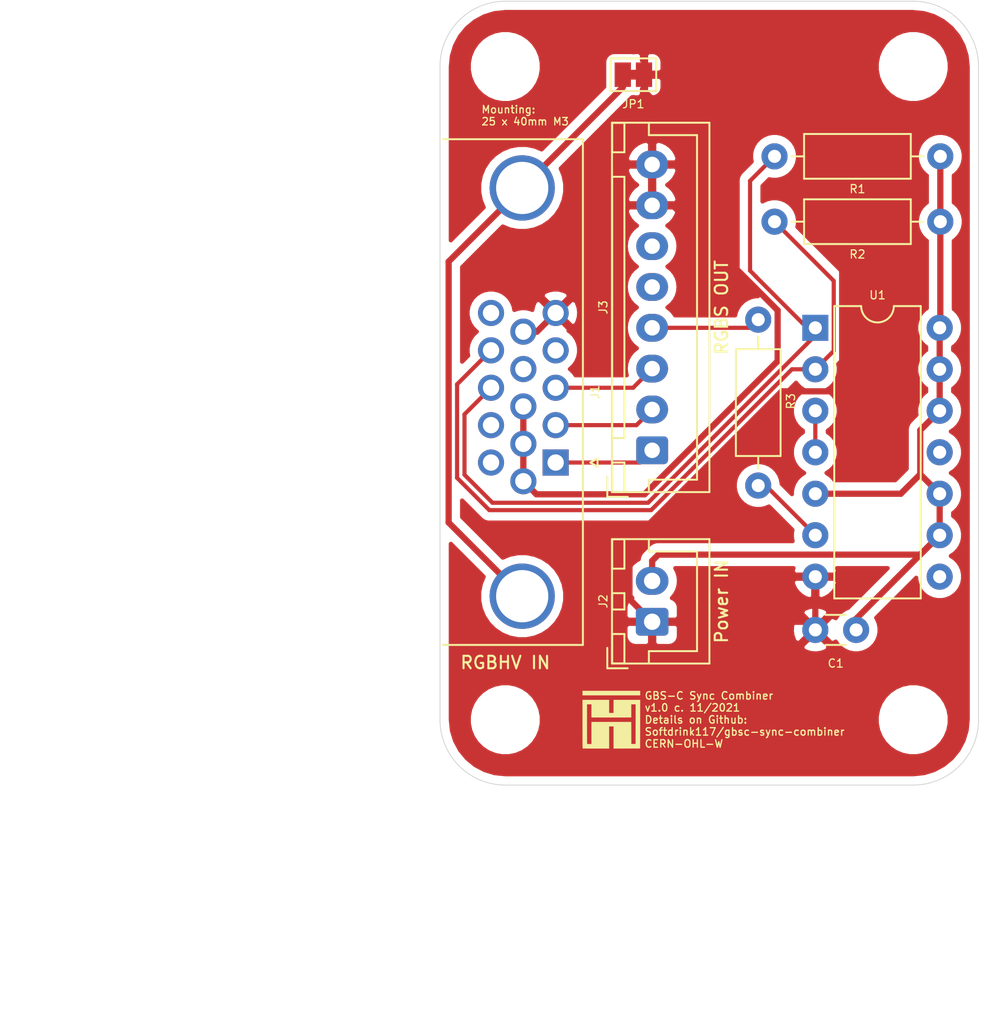
<source format=kicad_pcb>
(kicad_pcb (version 20171130) (host pcbnew "(5.1.9)-1")

  (general
    (thickness 1.6)
    (drawings 26)
    (tracks 85)
    (zones 0)
    (modules 14)
    (nets 21)
  )

  (page A4)
  (layers
    (0 F.Cu signal)
    (31 B.Cu signal)
    (32 B.Adhes user)
    (33 F.Adhes user)
    (34 B.Paste user)
    (35 F.Paste user)
    (36 B.SilkS user)
    (37 F.SilkS user)
    (38 B.Mask user)
    (39 F.Mask user)
    (40 Dwgs.User user)
    (41 Cmts.User user)
    (42 Eco1.User user)
    (43 Eco2.User user)
    (44 Edge.Cuts user)
    (45 Margin user)
    (46 B.CrtYd user)
    (47 F.CrtYd user)
    (48 B.Fab user)
    (49 F.Fab user)
  )

  (setup
    (last_trace_width 0.254)
    (trace_clearance 0.2)
    (zone_clearance 0.508)
    (zone_45_only no)
    (trace_min 0.2032)
    (via_size 0.8)
    (via_drill 0.4)
    (via_min_size 0.4)
    (via_min_drill 0.3)
    (uvia_size 0.3)
    (uvia_drill 0.1)
    (uvias_allowed no)
    (uvia_min_size 0.2)
    (uvia_min_drill 0.1)
    (edge_width 0.05)
    (segment_width 0.2)
    (pcb_text_width 0.3)
    (pcb_text_size 1.5 1.5)
    (mod_edge_width 0.12)
    (mod_text_size 1 1)
    (mod_text_width 0.15)
    (pad_size 1.524 1.524)
    (pad_drill 0.762)
    (pad_to_mask_clearance 0)
    (aux_axis_origin 0 0)
    (visible_elements 7FFFFFFF)
    (pcbplotparams
      (layerselection 0x010fc_ffffffff)
      (usegerberextensions false)
      (usegerberattributes true)
      (usegerberadvancedattributes true)
      (creategerberjobfile true)
      (excludeedgelayer true)
      (linewidth 0.100000)
      (plotframeref false)
      (viasonmask false)
      (mode 1)
      (useauxorigin false)
      (hpglpennumber 1)
      (hpglpenspeed 20)
      (hpglpendiameter 15.000000)
      (psnegative false)
      (psa4output false)
      (plotreference true)
      (plotvalue true)
      (plotinvisibletext false)
      (padsonsilk false)
      (subtractmaskfromsilk false)
      (outputformat 1)
      (mirror false)
      (drillshape 1)
      (scaleselection 1)
      (outputdirectory ""))
  )

  (net 0 "")
  (net 1 GND)
  (net 2 +5V)
  (net 3 "Net-(J1-Pad0)")
  (net 4 "Net-(J1-Pad15)")
  (net 5 /VSync)
  (net 6 /HSync)
  (net 7 "Net-(J1-Pad12)")
  (net 8 "Net-(J1-Pad11)")
  (net 9 "Net-(J1-Pad9)")
  (net 10 "Net-(J1-Pad4)")
  (net 11 Blue)
  (net 12 Green)
  (net 13 Red)
  (net 14 "Net-(J3-Pad5)")
  (net 15 "Net-(J3-Pad4)")
  (net 16 /CSync)
  (net 17 "Net-(U1-Pad11)")
  (net 18 "Net-(U1-Pad3)")
  (net 19 "Net-(U1-Pad8)")
  (net 20 "Net-(J3-Pad6)")

  (net_class Default "This is the default net class."
    (clearance 0.2)
    (trace_width 0.254)
    (via_dia 0.8)
    (via_drill 0.4)
    (uvia_dia 0.3)
    (uvia_drill 0.1)
    (add_net /CSync)
    (add_net /HSync)
    (add_net /VSync)
    (add_net Blue)
    (add_net Green)
    (add_net "Net-(J1-Pad11)")
    (add_net "Net-(J1-Pad12)")
    (add_net "Net-(J1-Pad15)")
    (add_net "Net-(J1-Pad4)")
    (add_net "Net-(J1-Pad9)")
    (add_net "Net-(J3-Pad4)")
    (add_net "Net-(J3-Pad5)")
    (add_net "Net-(J3-Pad6)")
    (add_net "Net-(U1-Pad11)")
    (add_net "Net-(U1-Pad3)")
    (add_net "Net-(U1-Pad8)")
    (add_net Red)
  )

  (net_class Power ""
    (clearance 0.2)
    (trace_width 0.381)
    (via_dia 0.8)
    (via_drill 0.4)
    (uvia_dia 0.3)
    (uvia_drill 0.1)
    (add_net +5V)
    (add_net GND)
    (add_net "Net-(J1-Pad0)")
  )

  (module board_graphics:sft_logo (layer F.Cu) (tedit 618C79D9) (tstamp 618CD697)
    (at 107.5 93)
    (fp_text reference G*** (at 0 3) (layer F.SilkS) hide
      (effects (font (size 1.524 1.524) (thickness 0.3)))
    )
    (fp_text value LOGO (at 0.5 5) (layer F.SilkS) hide
      (effects (font (size 1.524 1.524) (thickness 0.3)))
    )
    (fp_poly (pts (xy -0.141111 -0.409222) (xy 0.141112 -0.409222) (xy 0.141112 -1.213555) (xy 1.764019 -1.213555)
      (xy 1.760426 0.271639) (xy 1.756834 1.756834) (xy 0.141112 1.76412) (xy 0.141112 0.409223)
      (xy -0.141111 0.409223) (xy -0.141111 1.763889) (xy -0.943092 1.763889) (xy -1.090958 1.763728)
      (xy -1.230322 1.763265) (xy -1.358639 1.762528) (xy -1.473364 1.761549) (xy -1.571952 1.760355)
      (xy -1.651857 1.758977) (xy -1.710535 1.757444) (xy -1.745439 1.755786) (xy -1.754481 1.754482)
      (xy -1.755765 1.739375) (xy -1.756997 1.697907) (xy -1.758166 1.631939) (xy -1.759259 1.54333)
      (xy -1.760265 1.433943) (xy -1.761173 1.305638) (xy -1.76197 1.160275) (xy -1.762645 0.999716)
      (xy -1.763186 0.825821) (xy -1.763581 0.640451) (xy -1.763819 0.445468) (xy -1.763888 0.26576)
      (xy -1.763888 -0.945444) (xy -1.495777 -0.945444) (xy -1.495777 0.26576) (xy -1.49567 0.4482)
      (xy -1.495359 0.622517) (xy -1.494861 0.786651) (xy -1.49419 0.93854) (xy -1.493363 1.076126)
      (xy -1.492397 1.197347) (xy -1.491305 1.300143) (xy -1.490106 1.382454) (xy -1.488814 1.44222)
      (xy -1.487445 1.47738) (xy -1.48637 1.486371) (xy -1.468984 1.490476) (xy -1.430164 1.493673)
      (xy -1.376697 1.49551) (xy -1.345259 1.495778) (xy -1.213555 1.495778) (xy -1.213555 0.141112)
      (xy 1.213282 0.141112) (xy 1.216947 0.814917) (xy 1.220612 1.488723) (xy 1.488723 1.488723)
      (xy 1.492329 0.271639) (xy 1.495935 -0.945444) (xy 1.213556 -0.945444) (xy 1.213556 -0.141111)
      (xy -1.213555 -0.141111) (xy -1.213555 -0.945444) (xy -1.495777 -0.945444) (xy -1.763888 -0.945444)
      (xy -1.763888 -1.213555) (xy -0.141111 -1.213555) (xy -0.141111 -0.409222)) (layer F.SilkS) (width 0.01))
    (fp_poly (pts (xy 1.763889 -1.495777) (xy -1.763888 -1.495777) (xy -1.763888 -1.763888) (xy 1.763889 -1.763888)
      (xy 1.763889 -1.495777)) (layer F.SilkS) (width 0.01))
  )

  (module Jumper:SolderJumper-2_P1.3mm_Bridged_Pad1.0x1.5mm (layer F.Cu) (tedit 5C756AB2) (tstamp 617B94AF)
    (at 108.85 53.5 180)
    (descr "SMD Solder Jumper, 1x1.5mm Pads, 0.3mm gap, bridged with 1 copper strip")
    (tags "solder jumper open")
    (path /617C9602)
    (attr virtual)
    (fp_text reference JP1 (at 0 -1.8) (layer F.SilkS)
      (effects (font (size 0.5 0.5) (thickness 0.075)))
    )
    (fp_text value SolderJumper_2_Bridged (at 0 1.9) (layer F.Fab)
      (effects (font (size 0.5 0.5) (thickness 0.075)))
    )
    (fp_poly (pts (xy -0.25 -0.3) (xy 0.25 -0.3) (xy 0.25 0.3) (xy -0.25 0.3)) (layer F.Cu) (width 0))
    (fp_line (start 1.65 1.25) (end -1.65 1.25) (layer F.CrtYd) (width 0.05))
    (fp_line (start 1.65 1.25) (end 1.65 -1.25) (layer F.CrtYd) (width 0.05))
    (fp_line (start -1.65 -1.25) (end -1.65 1.25) (layer F.CrtYd) (width 0.05))
    (fp_line (start -1.65 -1.25) (end 1.65 -1.25) (layer F.CrtYd) (width 0.05))
    (fp_line (start -1.4 -1) (end 1.4 -1) (layer F.SilkS) (width 0.12))
    (fp_line (start 1.4 -1) (end 1.4 1) (layer F.SilkS) (width 0.12))
    (fp_line (start 1.4 1) (end -1.4 1) (layer F.SilkS) (width 0.12))
    (fp_line (start -1.4 1) (end -1.4 -1) (layer F.SilkS) (width 0.12))
    (pad 2 smd rect (at 0.65 0 180) (size 1 1.5) (layers F.Cu F.Mask)
      (net 3 "Net-(J1-Pad0)"))
    (pad 1 smd rect (at -0.65 0 180) (size 1 1.5) (layers F.Cu F.Mask)
      (net 1 GND))
  )

  (module MountingHole:MountingHole_3.2mm_M3 (layer F.Cu) (tedit 56D1B4CB) (tstamp 617BCC0F)
    (at 126 53)
    (descr "Mounting Hole 3.2mm, no annular, M3")
    (tags "mounting hole 3.2mm no annular m3")
    (path /618A904E)
    (attr virtual)
    (fp_text reference H4 (at 0 -4.2) (layer F.SilkS) hide
      (effects (font (size 0.5 0.5) (thickness 0.075)))
    )
    (fp_text value MountingHole (at 0 4.2) (layer F.Fab) hide
      (effects (font (size 0.5 0.5) (thickness 0.075)))
    )
    (fp_circle (center 0 0) (end 3.45 0) (layer F.CrtYd) (width 0.05))
    (fp_circle (center 0 0) (end 3.2 0) (layer Cmts.User) (width 0.15))
    (fp_text user %R (at 0.3 0) (layer F.Fab) hide
      (effects (font (size 0.5 0.5) (thickness 0.075)))
    )
    (pad 1 np_thru_hole circle (at 0 0) (size 3.2 3.2) (drill 3.2) (layers *.Cu *.Mask))
  )

  (module MountingHole:MountingHole_3.2mm_M3 (layer F.Cu) (tedit 56D1B4CB) (tstamp 617BCC07)
    (at 126 93)
    (descr "Mounting Hole 3.2mm, no annular, M3")
    (tags "mounting hole 3.2mm no annular m3")
    (path /618A8B98)
    (attr virtual)
    (fp_text reference H3 (at 0 -4.2) (layer F.SilkS) hide
      (effects (font (size 0.5 0.5) (thickness 0.075)))
    )
    (fp_text value MountingHole (at 0 4.2) (layer F.Fab) hide
      (effects (font (size 0.5 0.5) (thickness 0.075)))
    )
    (fp_circle (center 0 0) (end 3.45 0) (layer F.CrtYd) (width 0.05))
    (fp_circle (center 0 0) (end 3.2 0) (layer Cmts.User) (width 0.15))
    (fp_text user %R (at 0.3 0) (layer F.Fab) hide
      (effects (font (size 0.5 0.5) (thickness 0.075)))
    )
    (pad 1 np_thru_hole circle (at 0 0) (size 3.2 3.2) (drill 3.2) (layers *.Cu *.Mask))
  )

  (module MountingHole:MountingHole_3.2mm_M3 (layer F.Cu) (tedit 56D1B4CB) (tstamp 617BCBFF)
    (at 101 93)
    (descr "Mounting Hole 3.2mm, no annular, M3")
    (tags "mounting hole 3.2mm no annular m3")
    (path /618A6908)
    (attr virtual)
    (fp_text reference H2 (at 0 -4.2) (layer F.SilkS) hide
      (effects (font (size 0.5 0.5) (thickness 0.075)))
    )
    (fp_text value MountingHole (at 0 4.2) (layer F.Fab) hide
      (effects (font (size 0.5 0.5) (thickness 0.075)))
    )
    (fp_circle (center 0 0) (end 3.45 0) (layer F.CrtYd) (width 0.05))
    (fp_circle (center 0 0) (end 3.2 0) (layer Cmts.User) (width 0.15))
    (fp_text user %R (at 0.3 0) (layer F.Fab) hide
      (effects (font (size 0.5 0.5) (thickness 0.075)))
    )
    (pad 1 np_thru_hole circle (at 0 0) (size 3.2 3.2) (drill 3.2) (layers *.Cu *.Mask))
  )

  (module MountingHole:MountingHole_3.2mm_M3 (layer F.Cu) (tedit 56D1B4CB) (tstamp 617BCBF7)
    (at 101 53)
    (descr "Mounting Hole 3.2mm, no annular, M3")
    (tags "mounting hole 3.2mm no annular m3")
    (path /618A8867)
    (attr virtual)
    (fp_text reference H1 (at 0 -4.2) (layer F.SilkS) hide
      (effects (font (size 0.5 0.5) (thickness 0.075)))
    )
    (fp_text value MountingHole (at 0 4.2) (layer F.Fab) hide
      (effects (font (size 0.5 0.5) (thickness 0.075)))
    )
    (fp_circle (center 0 0) (end 3.45 0) (layer F.CrtYd) (width 0.05))
    (fp_circle (center 0 0) (end 3.2 0) (layer Cmts.User) (width 0.15))
    (fp_text user %R (at 0.3 0) (layer F.Fab) hide
      (effects (font (size 0.5 0.5) (thickness 0.075)))
    )
    (pad 1 np_thru_hole circle (at 0 0) (size 3.2 3.2) (drill 3.2) (layers *.Cu *.Mask))
  )

  (module Connector_Dsub:DSUB-15-HD_Female_Horizontal_P2.29x1.98mm_EdgePinOffset3.03mm_Housed_MountingHolesOffset4.94mm (layer F.Cu) (tedit 59FEDEE2) (tstamp 6184BC03)
    (at 104.08666 77.25 270)
    (descr "15-pin D-Sub connector, horizontal/angled (90 deg), THT-mount, female, pitch 2.29x1.98mm, pin-PCB-offset 3.0300000000000002mm, distance of mounting holes 25mm, distance of mounting holes to PCB edge 4.9399999999999995mm, see https://disti-assets.s3.amazonaws.com/tonar/files/datasheets/16730.pdf")
    (tags "15-pin D-Sub connector horizontal angled 90deg THT female pitch 2.29x1.98mm pin-PCB-offset 3.0300000000000002mm mounting-holes-distance 25mm mounting-hole-offset 25mm")
    (path /617AF535)
    (fp_text reference J1 (at -4.315 -2.41334 90) (layer F.SilkS)
      (effects (font (size 0.5 0.5) (thickness 0.075)))
    )
    (fp_text value DB15_Female_HighDensity_MountingHoles (at -4.315 14.89 90) (layer F.Fab)
      (effects (font (size 0.5 0.5) (thickness 0.075)))
    )
    (fp_line (start -19.74 -1.61) (end -19.74 6.99) (layer F.Fab) (width 0.1))
    (fp_line (start -19.74 6.99) (end 11.11 6.99) (layer F.Fab) (width 0.1))
    (fp_line (start 11.11 6.99) (end 11.11 -1.61) (layer F.Fab) (width 0.1))
    (fp_line (start 11.11 -1.61) (end -19.74 -1.61) (layer F.Fab) (width 0.1))
    (fp_line (start -19.74 6.99) (end -19.74 7.39) (layer F.Fab) (width 0.1))
    (fp_line (start -19.74 7.39) (end 11.11 7.39) (layer F.Fab) (width 0.1))
    (fp_line (start 11.11 7.39) (end 11.11 6.99) (layer F.Fab) (width 0.1))
    (fp_line (start 11.11 6.99) (end -19.74 6.99) (layer F.Fab) (width 0.1))
    (fp_line (start -12.465 7.39) (end -12.465 13.39) (layer F.Fab) (width 0.1))
    (fp_line (start -12.465 13.39) (end 3.835 13.39) (layer F.Fab) (width 0.1))
    (fp_line (start 3.835 13.39) (end 3.835 7.39) (layer F.Fab) (width 0.1))
    (fp_line (start 3.835 7.39) (end -12.465 7.39) (layer F.Fab) (width 0.1))
    (fp_line (start -19.315 7.39) (end -19.315 12.39) (layer F.Fab) (width 0.1))
    (fp_line (start -19.315 12.39) (end -14.315 12.39) (layer F.Fab) (width 0.1))
    (fp_line (start -14.315 12.39) (end -14.315 7.39) (layer F.Fab) (width 0.1))
    (fp_line (start -14.315 7.39) (end -19.315 7.39) (layer F.Fab) (width 0.1))
    (fp_line (start 5.685 7.39) (end 5.685 12.39) (layer F.Fab) (width 0.1))
    (fp_line (start 5.685 12.39) (end 10.685 12.39) (layer F.Fab) (width 0.1))
    (fp_line (start 10.685 12.39) (end 10.685 7.39) (layer F.Fab) (width 0.1))
    (fp_line (start 10.685 7.39) (end 5.685 7.39) (layer F.Fab) (width 0.1))
    (fp_line (start -18.415 6.99) (end -18.415 2.05) (layer F.Fab) (width 0.1))
    (fp_line (start -15.215 6.99) (end -15.215 2.05) (layer F.Fab) (width 0.1))
    (fp_line (start 6.585 6.99) (end 6.585 2.05) (layer F.Fab) (width 0.1))
    (fp_line (start 9.785 6.99) (end 9.785 2.05) (layer F.Fab) (width 0.1))
    (fp_line (start -19.8 6.93) (end -19.8 -1.67) (layer F.SilkS) (width 0.12))
    (fp_line (start -19.8 -1.67) (end 11.17 -1.67) (layer F.SilkS) (width 0.12))
    (fp_line (start 11.17 -1.67) (end 11.17 6.93) (layer F.SilkS) (width 0.12))
    (fp_line (start -0.25 -2.564338) (end 0.25 -2.564338) (layer F.SilkS) (width 0.12))
    (fp_line (start 0.25 -2.564338) (end 0 -2.131325) (layer F.SilkS) (width 0.12))
    (fp_line (start 0 -2.131325) (end -0.25 -2.564338) (layer F.SilkS) (width 0.12))
    (fp_line (start -20.25 -2.15) (end -20.25 13.9) (layer F.CrtYd) (width 0.05))
    (fp_line (start -20.25 13.9) (end 11.65 13.9) (layer F.CrtYd) (width 0.05))
    (fp_line (start 11.65 13.9) (end 11.65 -2.15) (layer F.CrtYd) (width 0.05))
    (fp_line (start 11.65 -2.15) (end -20.25 -2.15) (layer F.CrtYd) (width 0.05))
    (fp_arc (start -16.815 2.05) (end -18.415 2.05) (angle 180) (layer F.Fab) (width 0.1))
    (fp_arc (start 8.185 2.05) (end 6.585 2.05) (angle 180) (layer F.Fab) (width 0.1))
    (fp_text user %R (at -4.315 10.39 90) (layer F.Fab)
      (effects (font (size 0.5 0.5) (thickness 0.075)))
    )
    (pad 1 thru_hole rect (at 0 0 270) (size 1.6 1.6) (drill 1) (layers *.Cu *.Mask)
      (net 13 Red))
    (pad 2 thru_hole circle (at -2.29 0 270) (size 1.6 1.6) (drill 1) (layers *.Cu *.Mask)
      (net 12 Green))
    (pad 3 thru_hole circle (at -4.58 0 270) (size 1.6 1.6) (drill 1) (layers *.Cu *.Mask)
      (net 11 Blue))
    (pad 4 thru_hole circle (at -6.87 0 270) (size 1.6 1.6) (drill 1) (layers *.Cu *.Mask)
      (net 10 "Net-(J1-Pad4)"))
    (pad 5 thru_hole circle (at -9.16 0 270) (size 1.6 1.6) (drill 1) (layers *.Cu *.Mask)
      (net 1 GND))
    (pad 6 thru_hole circle (at 1.145 1.98 270) (size 1.6 1.6) (drill 1) (layers *.Cu *.Mask)
      (net 1 GND))
    (pad 7 thru_hole circle (at -1.145 1.98 270) (size 1.6 1.6) (drill 1) (layers *.Cu *.Mask)
      (net 1 GND))
    (pad 8 thru_hole circle (at -3.435 1.98 270) (size 1.6 1.6) (drill 1) (layers *.Cu *.Mask)
      (net 1 GND))
    (pad 9 thru_hole circle (at -5.725 1.98 270) (size 1.6 1.6) (drill 1) (layers *.Cu *.Mask)
      (net 9 "Net-(J1-Pad9)"))
    (pad 10 thru_hole circle (at -8.015 1.98 270) (size 1.6 1.6) (drill 1) (layers *.Cu *.Mask)
      (net 1 GND))
    (pad 11 thru_hole circle (at 0 3.96 270) (size 1.6 1.6) (drill 1) (layers *.Cu *.Mask)
      (net 8 "Net-(J1-Pad11)"))
    (pad 12 thru_hole circle (at -2.29 3.96 270) (size 1.6 1.6) (drill 1) (layers *.Cu *.Mask)
      (net 7 "Net-(J1-Pad12)"))
    (pad 13 thru_hole circle (at -4.58 3.96 270) (size 1.6 1.6) (drill 1) (layers *.Cu *.Mask)
      (net 6 /HSync))
    (pad 14 thru_hole circle (at -6.87 3.96 270) (size 1.6 1.6) (drill 1) (layers *.Cu *.Mask)
      (net 5 /VSync))
    (pad 15 thru_hole circle (at -9.16 3.96 270) (size 1.6 1.6) (drill 1) (layers *.Cu *.Mask)
      (net 4 "Net-(J1-Pad15)"))
    (pad 0 thru_hole circle (at -16.815 2.05 270) (size 4 4) (drill 3.2) (layers *.Cu *.Mask)
      (net 3 "Net-(J1-Pad0)"))
    (pad 0 thru_hole circle (at 8.185 2.05 270) (size 4 4) (drill 3.2) (layers *.Cu *.Mask)
      (net 3 "Net-(J1-Pad0)"))
    (model ${KISYS3DMOD}/Connector_Dsub.3dshapes/DSUB-15-HD_Female_Horizontal_P2.29x1.98mm_EdgePinOffset3.03mm_Housed_MountingHolesOffset4.94mm.wrl
      (at (xyz 0 0 0))
      (scale (xyz 1 1 1))
      (rotate (xyz 0 0 0))
    )
  )

  (module Package_DIP:DIP-14_W7.62mm (layer F.Cu) (tedit 5A02E8C5) (tstamp 617B9516)
    (at 120 69)
    (descr "14-lead though-hole mounted DIP package, row spacing 7.62 mm (300 mils)")
    (tags "THT DIP DIL PDIP 2.54mm 7.62mm 300mil")
    (path /617B8B9C)
    (fp_text reference U1 (at 3.81 -2) (layer F.SilkS)
      (effects (font (size 0.5 0.5) (thickness 0.075)))
    )
    (fp_text value 74LS86 (at 3.81 17.57) (layer F.Fab)
      (effects (font (size 0.5 0.5) (thickness 0.075)))
    )
    (fp_line (start 8.7 -1.55) (end -1.1 -1.55) (layer F.CrtYd) (width 0.05))
    (fp_line (start 8.7 16.8) (end 8.7 -1.55) (layer F.CrtYd) (width 0.05))
    (fp_line (start -1.1 16.8) (end 8.7 16.8) (layer F.CrtYd) (width 0.05))
    (fp_line (start -1.1 -1.55) (end -1.1 16.8) (layer F.CrtYd) (width 0.05))
    (fp_line (start 6.46 -1.33) (end 4.81 -1.33) (layer F.SilkS) (width 0.12))
    (fp_line (start 6.46 16.57) (end 6.46 -1.33) (layer F.SilkS) (width 0.12))
    (fp_line (start 1.16 16.57) (end 6.46 16.57) (layer F.SilkS) (width 0.12))
    (fp_line (start 1.16 -1.33) (end 1.16 16.57) (layer F.SilkS) (width 0.12))
    (fp_line (start 2.81 -1.33) (end 1.16 -1.33) (layer F.SilkS) (width 0.12))
    (fp_line (start 0.635 -0.27) (end 1.635 -1.27) (layer F.Fab) (width 0.1))
    (fp_line (start 0.635 16.51) (end 0.635 -0.27) (layer F.Fab) (width 0.1))
    (fp_line (start 6.985 16.51) (end 0.635 16.51) (layer F.Fab) (width 0.1))
    (fp_line (start 6.985 -1.27) (end 6.985 16.51) (layer F.Fab) (width 0.1))
    (fp_line (start 1.635 -1.27) (end 6.985 -1.27) (layer F.Fab) (width 0.1))
    (fp_text user %R (at 3.81 7.62) (layer F.Fab)
      (effects (font (size 0.5 0.5) (thickness 0.075)))
    )
    (fp_arc (start 3.81 -1.33) (end 2.81 -1.33) (angle -180) (layer F.SilkS) (width 0.12))
    (pad 14 thru_hole oval (at 7.62 0) (size 1.6 1.6) (drill 0.8) (layers *.Cu *.Mask)
      (net 2 +5V))
    (pad 7 thru_hole oval (at 0 15.24) (size 1.6 1.6) (drill 0.8) (layers *.Cu *.Mask)
      (net 1 GND))
    (pad 13 thru_hole oval (at 7.62 2.54) (size 1.6 1.6) (drill 0.8) (layers *.Cu *.Mask)
      (net 2 +5V))
    (pad 6 thru_hole oval (at 0 12.7) (size 1.6 1.6) (drill 0.8) (layers *.Cu *.Mask)
      (net 16 /CSync))
    (pad 12 thru_hole oval (at 7.62 5.08) (size 1.6 1.6) (drill 0.8) (layers *.Cu *.Mask)
      (net 2 +5V))
    (pad 5 thru_hole oval (at 0 10.16) (size 1.6 1.6) (drill 0.8) (layers *.Cu *.Mask)
      (net 2 +5V))
    (pad 11 thru_hole oval (at 7.62 7.62) (size 1.6 1.6) (drill 0.8) (layers *.Cu *.Mask)
      (net 17 "Net-(U1-Pad11)"))
    (pad 4 thru_hole oval (at 0 7.62) (size 1.6 1.6) (drill 0.8) (layers *.Cu *.Mask)
      (net 18 "Net-(U1-Pad3)"))
    (pad 10 thru_hole oval (at 7.62 10.16) (size 1.6 1.6) (drill 0.8) (layers *.Cu *.Mask)
      (net 2 +5V))
    (pad 3 thru_hole oval (at 0 5.08) (size 1.6 1.6) (drill 0.8) (layers *.Cu *.Mask)
      (net 18 "Net-(U1-Pad3)"))
    (pad 9 thru_hole oval (at 7.62 12.7) (size 1.6 1.6) (drill 0.8) (layers *.Cu *.Mask)
      (net 2 +5V))
    (pad 2 thru_hole oval (at 0 2.54) (size 1.6 1.6) (drill 0.8) (layers *.Cu *.Mask)
      (net 5 /VSync))
    (pad 8 thru_hole oval (at 7.62 15.24) (size 1.6 1.6) (drill 0.8) (layers *.Cu *.Mask)
      (net 19 "Net-(U1-Pad8)"))
    (pad 1 thru_hole rect (at 0 0) (size 1.6 1.6) (drill 0.8) (layers *.Cu *.Mask)
      (net 6 /HSync))
    (model ${KISYS3DMOD}/Package_DIP.3dshapes/DIP-14_W7.62mm.wrl
      (at (xyz 0 0 0))
      (scale (xyz 1 1 1))
      (rotate (xyz 0 0 0))
    )
  )

  (module Resistor_THT:R_Axial_DIN0207_L6.3mm_D2.5mm_P10.16mm_Horizontal (layer F.Cu) (tedit 5AE5139B) (tstamp 61897258)
    (at 116.5 68.5 270)
    (descr "Resistor, Axial_DIN0207 series, Axial, Horizontal, pin pitch=10.16mm, 0.25W = 1/4W, length*diameter=6.3*2.5mm^2, http://cdn-reichelt.de/documents/datenblatt/B400/1_4W%23YAG.pdf")
    (tags "Resistor Axial_DIN0207 series Axial Horizontal pin pitch 10.16mm 0.25W = 1/4W length 6.3mm diameter 2.5mm")
    (path /617F445A)
    (fp_text reference R3 (at 5 -2 90) (layer F.SilkS)
      (effects (font (size 0.5 0.5) (thickness 0.075)))
    )
    (fp_text value 470Ohm (at 5.08 2.37 90) (layer F.Fab)
      (effects (font (size 0.5 0.5) (thickness 0.075)))
    )
    (fp_line (start 11.21 -1.5) (end -1.05 -1.5) (layer F.CrtYd) (width 0.05))
    (fp_line (start 11.21 1.5) (end 11.21 -1.5) (layer F.CrtYd) (width 0.05))
    (fp_line (start -1.05 1.5) (end 11.21 1.5) (layer F.CrtYd) (width 0.05))
    (fp_line (start -1.05 -1.5) (end -1.05 1.5) (layer F.CrtYd) (width 0.05))
    (fp_line (start 9.12 0) (end 8.35 0) (layer F.SilkS) (width 0.12))
    (fp_line (start 1.04 0) (end 1.81 0) (layer F.SilkS) (width 0.12))
    (fp_line (start 8.35 -1.37) (end 1.81 -1.37) (layer F.SilkS) (width 0.12))
    (fp_line (start 8.35 1.37) (end 8.35 -1.37) (layer F.SilkS) (width 0.12))
    (fp_line (start 1.81 1.37) (end 8.35 1.37) (layer F.SilkS) (width 0.12))
    (fp_line (start 1.81 -1.37) (end 1.81 1.37) (layer F.SilkS) (width 0.12))
    (fp_line (start 10.16 0) (end 8.23 0) (layer F.Fab) (width 0.1))
    (fp_line (start 0 0) (end 1.93 0) (layer F.Fab) (width 0.1))
    (fp_line (start 8.23 -1.25) (end 1.93 -1.25) (layer F.Fab) (width 0.1))
    (fp_line (start 8.23 1.25) (end 8.23 -1.25) (layer F.Fab) (width 0.1))
    (fp_line (start 1.93 1.25) (end 8.23 1.25) (layer F.Fab) (width 0.1))
    (fp_line (start 1.93 -1.25) (end 1.93 1.25) (layer F.Fab) (width 0.1))
    (fp_text user %R (at 5.08 0 90) (layer F.Fab)
      (effects (font (size 0.5 0.5) (thickness 0.075)))
    )
    (pad 2 thru_hole oval (at 10.16 0 270) (size 1.6 1.6) (drill 0.8) (layers *.Cu *.Mask)
      (net 16 /CSync))
    (pad 1 thru_hole circle (at 0 0 270) (size 1.6 1.6) (drill 0.8) (layers *.Cu *.Mask)
      (net 15 "Net-(J3-Pad4)"))
    (model ${KISYS3DMOD}/Resistor_THT.3dshapes/R_Axial_DIN0207_L6.3mm_D2.5mm_P10.16mm_Horizontal.wrl
      (at (xyz 0 0 0))
      (scale (xyz 1 1 1))
      (rotate (xyz 0 0 0))
    )
  )

  (module Resistor_THT:R_Axial_DIN0207_L6.3mm_D2.5mm_P10.16mm_Horizontal (layer F.Cu) (tedit 5AE5139B) (tstamp 618972C7)
    (at 117.5 62.5)
    (descr "Resistor, Axial_DIN0207 series, Axial, Horizontal, pin pitch=10.16mm, 0.25W = 1/4W, length*diameter=6.3*2.5mm^2, http://cdn-reichelt.de/documents/datenblatt/B400/1_4W%23YAG.pdf")
    (tags "Resistor Axial_DIN0207 series Axial Horizontal pin pitch 10.16mm 0.25W = 1/4W length 6.3mm diameter 2.5mm")
    (path /617C4DEA)
    (fp_text reference R2 (at 5.08 2) (layer F.SilkS)
      (effects (font (size 0.5 0.5) (thickness 0.075)))
    )
    (fp_text value 10k (at 5.08 2.37) (layer F.Fab)
      (effects (font (size 0.5 0.5) (thickness 0.075)))
    )
    (fp_line (start 11.21 -1.5) (end -1.05 -1.5) (layer F.CrtYd) (width 0.05))
    (fp_line (start 11.21 1.5) (end 11.21 -1.5) (layer F.CrtYd) (width 0.05))
    (fp_line (start -1.05 1.5) (end 11.21 1.5) (layer F.CrtYd) (width 0.05))
    (fp_line (start -1.05 -1.5) (end -1.05 1.5) (layer F.CrtYd) (width 0.05))
    (fp_line (start 9.12 0) (end 8.35 0) (layer F.SilkS) (width 0.12))
    (fp_line (start 1.04 0) (end 1.81 0) (layer F.SilkS) (width 0.12))
    (fp_line (start 8.35 -1.37) (end 1.81 -1.37) (layer F.SilkS) (width 0.12))
    (fp_line (start 8.35 1.37) (end 8.35 -1.37) (layer F.SilkS) (width 0.12))
    (fp_line (start 1.81 1.37) (end 8.35 1.37) (layer F.SilkS) (width 0.12))
    (fp_line (start 1.81 -1.37) (end 1.81 1.37) (layer F.SilkS) (width 0.12))
    (fp_line (start 10.16 0) (end 8.23 0) (layer F.Fab) (width 0.1))
    (fp_line (start 0 0) (end 1.93 0) (layer F.Fab) (width 0.1))
    (fp_line (start 8.23 -1.25) (end 1.93 -1.25) (layer F.Fab) (width 0.1))
    (fp_line (start 8.23 1.25) (end 8.23 -1.25) (layer F.Fab) (width 0.1))
    (fp_line (start 1.93 1.25) (end 8.23 1.25) (layer F.Fab) (width 0.1))
    (fp_line (start 1.93 -1.25) (end 1.93 1.25) (layer F.Fab) (width 0.1))
    (fp_text user %R (at 5.08 0) (layer F.Fab)
      (effects (font (size 0.5 0.5) (thickness 0.075)))
    )
    (pad 2 thru_hole oval (at 10.16 0) (size 1.6 1.6) (drill 0.8) (layers *.Cu *.Mask)
      (net 2 +5V))
    (pad 1 thru_hole circle (at 0 0) (size 1.6 1.6) (drill 0.8) (layers *.Cu *.Mask)
      (net 5 /VSync))
    (model ${KISYS3DMOD}/Resistor_THT.3dshapes/R_Axial_DIN0207_L6.3mm_D2.5mm_P10.16mm_Horizontal.wrl
      (at (xyz 0 0 0))
      (scale (xyz 1 1 1))
      (rotate (xyz 0 0 0))
    )
  )

  (module Resistor_THT:R_Axial_DIN0207_L6.3mm_D2.5mm_P10.16mm_Horizontal (layer F.Cu) (tedit 5AE5139B) (tstamp 617B9AD1)
    (at 117.5 58.5)
    (descr "Resistor, Axial_DIN0207 series, Axial, Horizontal, pin pitch=10.16mm, 0.25W = 1/4W, length*diameter=6.3*2.5mm^2, http://cdn-reichelt.de/documents/datenblatt/B400/1_4W%23YAG.pdf")
    (tags "Resistor Axial_DIN0207 series Axial Horizontal pin pitch 10.16mm 0.25W = 1/4W length 6.3mm diameter 2.5mm")
    (path /617C3DD7)
    (fp_text reference R1 (at 5.08 2) (layer F.SilkS)
      (effects (font (size 0.5 0.5) (thickness 0.075)))
    )
    (fp_text value 10k (at 5.08 2.37) (layer F.Fab)
      (effects (font (size 0.5 0.5) (thickness 0.075)))
    )
    (fp_line (start 11.21 -1.5) (end -1.05 -1.5) (layer F.CrtYd) (width 0.05))
    (fp_line (start 11.21 1.5) (end 11.21 -1.5) (layer F.CrtYd) (width 0.05))
    (fp_line (start -1.05 1.5) (end 11.21 1.5) (layer F.CrtYd) (width 0.05))
    (fp_line (start -1.05 -1.5) (end -1.05 1.5) (layer F.CrtYd) (width 0.05))
    (fp_line (start 9.12 0) (end 8.35 0) (layer F.SilkS) (width 0.12))
    (fp_line (start 1.04 0) (end 1.81 0) (layer F.SilkS) (width 0.12))
    (fp_line (start 8.35 -1.37) (end 1.81 -1.37) (layer F.SilkS) (width 0.12))
    (fp_line (start 8.35 1.37) (end 8.35 -1.37) (layer F.SilkS) (width 0.12))
    (fp_line (start 1.81 1.37) (end 8.35 1.37) (layer F.SilkS) (width 0.12))
    (fp_line (start 1.81 -1.37) (end 1.81 1.37) (layer F.SilkS) (width 0.12))
    (fp_line (start 10.16 0) (end 8.23 0) (layer F.Fab) (width 0.1))
    (fp_line (start 0 0) (end 1.93 0) (layer F.Fab) (width 0.1))
    (fp_line (start 8.23 -1.25) (end 1.93 -1.25) (layer F.Fab) (width 0.1))
    (fp_line (start 8.23 1.25) (end 8.23 -1.25) (layer F.Fab) (width 0.1))
    (fp_line (start 1.93 1.25) (end 8.23 1.25) (layer F.Fab) (width 0.1))
    (fp_line (start 1.93 -1.25) (end 1.93 1.25) (layer F.Fab) (width 0.1))
    (fp_text user %R (at 5.08 0) (layer F.Fab)
      (effects (font (size 0.5 0.5) (thickness 0.075)))
    )
    (pad 2 thru_hole oval (at 10.16 0) (size 1.6 1.6) (drill 0.8) (layers *.Cu *.Mask)
      (net 2 +5V))
    (pad 1 thru_hole circle (at 0 0) (size 1.6 1.6) (drill 0.8) (layers *.Cu *.Mask)
      (net 6 /HSync))
    (model ${KISYS3DMOD}/Resistor_THT.3dshapes/R_Axial_DIN0207_L6.3mm_D2.5mm_P10.16mm_Horizontal.wrl
      (at (xyz 0 0 0))
      (scale (xyz 1 1 1))
      (rotate (xyz 0 0 0))
    )
  )

  (module Connector_JST:JST_XH_B8B-XH-A_1x08_P2.50mm_Vertical (layer F.Cu) (tedit 5C28146C) (tstamp 617B94A0)
    (at 110 76.5 90)
    (descr "JST XH series connector, B8B-XH-A (http://www.jst-mfg.com/product/pdf/eng/eXH.pdf), generated with kicad-footprint-generator")
    (tags "connector JST XH vertical")
    (path /617E9E1B)
    (fp_text reference J3 (at 8.75 -3 90) (layer F.SilkS)
      (effects (font (size 0.5 0.5) (thickness 0.075)))
    )
    (fp_text value JST-XH (at 8.75 4.6 90) (layer F.Fab)
      (effects (font (size 0.5 0.5) (thickness 0.075)))
    )
    (fp_line (start -2.85 -2.75) (end -2.85 -1.5) (layer F.SilkS) (width 0.12))
    (fp_line (start -1.6 -2.75) (end -2.85 -2.75) (layer F.SilkS) (width 0.12))
    (fp_line (start 19.3 2.75) (end 8.75 2.75) (layer F.SilkS) (width 0.12))
    (fp_line (start 19.3 -0.2) (end 19.3 2.75) (layer F.SilkS) (width 0.12))
    (fp_line (start 20.05 -0.2) (end 19.3 -0.2) (layer F.SilkS) (width 0.12))
    (fp_line (start -1.8 2.75) (end 8.75 2.75) (layer F.SilkS) (width 0.12))
    (fp_line (start -1.8 -0.2) (end -1.8 2.75) (layer F.SilkS) (width 0.12))
    (fp_line (start -2.55 -0.2) (end -1.8 -0.2) (layer F.SilkS) (width 0.12))
    (fp_line (start 20.05 -2.45) (end 18.25 -2.45) (layer F.SilkS) (width 0.12))
    (fp_line (start 20.05 -1.7) (end 20.05 -2.45) (layer F.SilkS) (width 0.12))
    (fp_line (start 18.25 -1.7) (end 20.05 -1.7) (layer F.SilkS) (width 0.12))
    (fp_line (start 18.25 -2.45) (end 18.25 -1.7) (layer F.SilkS) (width 0.12))
    (fp_line (start -0.75 -2.45) (end -2.55 -2.45) (layer F.SilkS) (width 0.12))
    (fp_line (start -0.75 -1.7) (end -0.75 -2.45) (layer F.SilkS) (width 0.12))
    (fp_line (start -2.55 -1.7) (end -0.75 -1.7) (layer F.SilkS) (width 0.12))
    (fp_line (start -2.55 -2.45) (end -2.55 -1.7) (layer F.SilkS) (width 0.12))
    (fp_line (start 16.75 -2.45) (end 0.75 -2.45) (layer F.SilkS) (width 0.12))
    (fp_line (start 16.75 -1.7) (end 16.75 -2.45) (layer F.SilkS) (width 0.12))
    (fp_line (start 0.75 -1.7) (end 16.75 -1.7) (layer F.SilkS) (width 0.12))
    (fp_line (start 0.75 -2.45) (end 0.75 -1.7) (layer F.SilkS) (width 0.12))
    (fp_line (start 0 -1.35) (end 0.625 -2.35) (layer F.Fab) (width 0.1))
    (fp_line (start -0.625 -2.35) (end 0 -1.35) (layer F.Fab) (width 0.1))
    (fp_line (start 20.45 -2.85) (end -2.95 -2.85) (layer F.CrtYd) (width 0.05))
    (fp_line (start 20.45 3.9) (end 20.45 -2.85) (layer F.CrtYd) (width 0.05))
    (fp_line (start -2.95 3.9) (end 20.45 3.9) (layer F.CrtYd) (width 0.05))
    (fp_line (start -2.95 -2.85) (end -2.95 3.9) (layer F.CrtYd) (width 0.05))
    (fp_line (start 20.06 -2.46) (end -2.56 -2.46) (layer F.SilkS) (width 0.12))
    (fp_line (start 20.06 3.51) (end 20.06 -2.46) (layer F.SilkS) (width 0.12))
    (fp_line (start -2.56 3.51) (end 20.06 3.51) (layer F.SilkS) (width 0.12))
    (fp_line (start -2.56 -2.46) (end -2.56 3.51) (layer F.SilkS) (width 0.12))
    (fp_line (start 19.95 -2.35) (end -2.45 -2.35) (layer F.Fab) (width 0.1))
    (fp_line (start 19.95 3.4) (end 19.95 -2.35) (layer F.Fab) (width 0.1))
    (fp_line (start -2.45 3.4) (end 19.95 3.4) (layer F.Fab) (width 0.1))
    (fp_line (start -2.45 -2.35) (end -2.45 3.4) (layer F.Fab) (width 0.1))
    (fp_text user %R (at 8.75 2.7 90) (layer F.Fab)
      (effects (font (size 0.5 0.5) (thickness 0.075)))
    )
    (pad 8 thru_hole oval (at 17.5 0 90) (size 1.7 1.95) (drill 0.95) (layers *.Cu *.Mask)
      (net 1 GND))
    (pad 7 thru_hole oval (at 15 0 90) (size 1.7 1.95) (drill 0.95) (layers *.Cu *.Mask)
      (net 1 GND))
    (pad 6 thru_hole oval (at 12.5 0 90) (size 1.7 1.95) (drill 0.95) (layers *.Cu *.Mask)
      (net 20 "Net-(J3-Pad6)"))
    (pad 5 thru_hole oval (at 10 0 90) (size 1.7 1.95) (drill 0.95) (layers *.Cu *.Mask)
      (net 14 "Net-(J3-Pad5)"))
    (pad 4 thru_hole oval (at 7.5 0 90) (size 1.7 1.95) (drill 0.95) (layers *.Cu *.Mask)
      (net 15 "Net-(J3-Pad4)"))
    (pad 3 thru_hole oval (at 5 0 90) (size 1.7 1.95) (drill 0.95) (layers *.Cu *.Mask)
      (net 11 Blue))
    (pad 2 thru_hole oval (at 2.5 0 90) (size 1.7 1.95) (drill 0.95) (layers *.Cu *.Mask)
      (net 12 Green))
    (pad 1 thru_hole roundrect (at 0 0 90) (size 1.7 1.95) (drill 0.95) (layers *.Cu *.Mask) (roundrect_rratio 0.147059)
      (net 13 Red))
    (model ${KISYS3DMOD}/Connector_JST.3dshapes/JST_XH_B8B-XH-A_1x08_P2.50mm_Vertical.wrl
      (at (xyz 0 0 0))
      (scale (xyz 1 1 1))
      (rotate (xyz 0 0 0))
    )
  )

  (module Connector_JST:JST_XH_B2B-XH-A_1x02_P2.50mm_Vertical (layer F.Cu) (tedit 5C28146C) (tstamp 617B9471)
    (at 110 87 90)
    (descr "JST XH series connector, B2B-XH-A (http://www.jst-mfg.com/product/pdf/eng/eXH.pdf), generated with kicad-footprint-generator")
    (tags "connector JST XH vertical")
    (path /617E7B6B)
    (fp_text reference J2 (at 1.25 -3 90) (layer F.SilkS)
      (effects (font (size 0.5 0.5) (thickness 0.075)))
    )
    (fp_text value JST-XH (at 1.25 4.6 90) (layer F.Fab)
      (effects (font (size 0.5 0.5) (thickness 0.075)))
    )
    (fp_line (start -2.85 -2.75) (end -2.85 -1.5) (layer F.SilkS) (width 0.12))
    (fp_line (start -1.6 -2.75) (end -2.85 -2.75) (layer F.SilkS) (width 0.12))
    (fp_line (start 4.3 2.75) (end 1.25 2.75) (layer F.SilkS) (width 0.12))
    (fp_line (start 4.3 -0.2) (end 4.3 2.75) (layer F.SilkS) (width 0.12))
    (fp_line (start 5.05 -0.2) (end 4.3 -0.2) (layer F.SilkS) (width 0.12))
    (fp_line (start -1.8 2.75) (end 1.25 2.75) (layer F.SilkS) (width 0.12))
    (fp_line (start -1.8 -0.2) (end -1.8 2.75) (layer F.SilkS) (width 0.12))
    (fp_line (start -2.55 -0.2) (end -1.8 -0.2) (layer F.SilkS) (width 0.12))
    (fp_line (start 5.05 -2.45) (end 3.25 -2.45) (layer F.SilkS) (width 0.12))
    (fp_line (start 5.05 -1.7) (end 5.05 -2.45) (layer F.SilkS) (width 0.12))
    (fp_line (start 3.25 -1.7) (end 5.05 -1.7) (layer F.SilkS) (width 0.12))
    (fp_line (start 3.25 -2.45) (end 3.25 -1.7) (layer F.SilkS) (width 0.12))
    (fp_line (start -0.75 -2.45) (end -2.55 -2.45) (layer F.SilkS) (width 0.12))
    (fp_line (start -0.75 -1.7) (end -0.75 -2.45) (layer F.SilkS) (width 0.12))
    (fp_line (start -2.55 -1.7) (end -0.75 -1.7) (layer F.SilkS) (width 0.12))
    (fp_line (start -2.55 -2.45) (end -2.55 -1.7) (layer F.SilkS) (width 0.12))
    (fp_line (start 1.75 -2.45) (end 0.75 -2.45) (layer F.SilkS) (width 0.12))
    (fp_line (start 1.75 -1.7) (end 1.75 -2.45) (layer F.SilkS) (width 0.12))
    (fp_line (start 0.75 -1.7) (end 1.75 -1.7) (layer F.SilkS) (width 0.12))
    (fp_line (start 0.75 -2.45) (end 0.75 -1.7) (layer F.SilkS) (width 0.12))
    (fp_line (start 0 -1.35) (end 0.625 -2.35) (layer F.Fab) (width 0.1))
    (fp_line (start -0.625 -2.35) (end 0 -1.35) (layer F.Fab) (width 0.1))
    (fp_line (start 5.45 -2.85) (end -2.95 -2.85) (layer F.CrtYd) (width 0.05))
    (fp_line (start 5.45 3.9) (end 5.45 -2.85) (layer F.CrtYd) (width 0.05))
    (fp_line (start -2.95 3.9) (end 5.45 3.9) (layer F.CrtYd) (width 0.05))
    (fp_line (start -2.95 -2.85) (end -2.95 3.9) (layer F.CrtYd) (width 0.05))
    (fp_line (start 5.06 -2.46) (end -2.56 -2.46) (layer F.SilkS) (width 0.12))
    (fp_line (start 5.06 3.51) (end 5.06 -2.46) (layer F.SilkS) (width 0.12))
    (fp_line (start -2.56 3.51) (end 5.06 3.51) (layer F.SilkS) (width 0.12))
    (fp_line (start -2.56 -2.46) (end -2.56 3.51) (layer F.SilkS) (width 0.12))
    (fp_line (start 4.95 -2.35) (end -2.45 -2.35) (layer F.Fab) (width 0.1))
    (fp_line (start 4.95 3.4) (end 4.95 -2.35) (layer F.Fab) (width 0.1))
    (fp_line (start -2.45 3.4) (end 4.95 3.4) (layer F.Fab) (width 0.1))
    (fp_line (start -2.45 -2.35) (end -2.45 3.4) (layer F.Fab) (width 0.1))
    (fp_text user %R (at 1.25 2.7 90) (layer F.Fab)
      (effects (font (size 0.5 0.5) (thickness 0.075)))
    )
    (pad 2 thru_hole oval (at 2.5 0 90) (size 1.7 2) (drill 1) (layers *.Cu *.Mask)
      (net 2 +5V))
    (pad 1 thru_hole roundrect (at 0 0 90) (size 1.7 2) (drill 1) (layers *.Cu *.Mask) (roundrect_rratio 0.147059)
      (net 1 GND))
    (model ${KISYS3DMOD}/Connector_JST.3dshapes/JST_XH_B2B-XH-A_1x02_P2.50mm_Vertical.wrl
      (at (xyz 0 0 0))
      (scale (xyz 1 1 1))
      (rotate (xyz 0 0 0))
    )
  )

  (module Capacitor_THT:C_Disc_D3.0mm_W1.6mm_P2.50mm (layer F.Cu) (tedit 5AE50EF0) (tstamp 617B9BF8)
    (at 122.5 87.5 180)
    (descr "C, Disc series, Radial, pin pitch=2.50mm, , diameter*width=3.0*1.6mm^2, Capacitor, http://www.vishay.com/docs/45233/krseries.pdf")
    (tags "C Disc series Radial pin pitch 2.50mm  diameter 3.0mm width 1.6mm Capacitor")
    (path /617BBB08)
    (fp_text reference C1 (at 1.25 -2.05) (layer F.SilkS)
      (effects (font (size 0.5 0.5) (thickness 0.075)))
    )
    (fp_text value 0.1uF (at 1.25 2.05) (layer F.Fab)
      (effects (font (size 0.5 0.5) (thickness 0.075)))
    )
    (fp_line (start 3.55 -1.05) (end -1.05 -1.05) (layer F.CrtYd) (width 0.05))
    (fp_line (start 3.55 1.05) (end 3.55 -1.05) (layer F.CrtYd) (width 0.05))
    (fp_line (start -1.05 1.05) (end 3.55 1.05) (layer F.CrtYd) (width 0.05))
    (fp_line (start -1.05 -1.05) (end -1.05 1.05) (layer F.CrtYd) (width 0.05))
    (fp_line (start 0.621 0.92) (end 1.879 0.92) (layer F.SilkS) (width 0.12))
    (fp_line (start 0.621 -0.92) (end 1.879 -0.92) (layer F.SilkS) (width 0.12))
    (fp_line (start 2.75 -0.8) (end -0.25 -0.8) (layer F.Fab) (width 0.1))
    (fp_line (start 2.75 0.8) (end 2.75 -0.8) (layer F.Fab) (width 0.1))
    (fp_line (start -0.25 0.8) (end 2.75 0.8) (layer F.Fab) (width 0.1))
    (fp_line (start -0.25 -0.8) (end -0.25 0.8) (layer F.Fab) (width 0.1))
    (fp_text user %R (at 1.25 0) (layer F.Fab)
      (effects (font (size 0.5 0.5) (thickness 0.075)))
    )
    (pad 2 thru_hole circle (at 2.5 0 180) (size 1.6 1.6) (drill 0.8) (layers *.Cu *.Mask)
      (net 1 GND))
    (pad 1 thru_hole circle (at 0 0 180) (size 1.6 1.6) (drill 0.8) (layers *.Cu *.Mask)
      (net 2 +5V))
    (model ${KISYS3DMOD}/Capacitor_THT.3dshapes/C_Disc_D3.0mm_W1.6mm_P2.50mm.wrl
      (at (xyz 0 0 0))
      (scale (xyz 1 1 1))
      (rotate (xyz 0 0 0))
    )
  )

  (gr_text "Power IN" (at 114.25 85.75 90) (layer F.SilkS)
    (effects (font (size 0.762 0.762) (thickness 0.127)))
  )
  (gr_text "RGBS OUT" (at 114.25 67.75 90) (layer F.SilkS)
    (effects (font (size 0.762 0.762) (thickness 0.127)))
  )
  (gr_text "RGBHV IN" (at 101 89.5) (layer F.SilkS)
    (effects (font (size 0.762 0.762) (thickness 0.127)))
  )
  (dimension 48 (width 0.15) (layer Dwgs.User)
    (gr_text "48.000 mm" (at 78.7 73 270) (layer Dwgs.User)
      (effects (font (size 1 1) (thickness 0.15)))
    )
    (feature1 (pts (xy 97 97) (xy 79.413579 97)))
    (feature2 (pts (xy 97 49) (xy 79.413579 49)))
    (crossbar (pts (xy 80 49) (xy 80 97)))
    (arrow1a (pts (xy 80 97) (xy 79.413579 95.873496)))
    (arrow1b (pts (xy 80 97) (xy 80.586421 95.873496)))
    (arrow2a (pts (xy 80 49) (xy 79.413579 50.126504)))
    (arrow2b (pts (xy 80 49) (xy 80.586421 50.126504)))
  )
  (dimension 40 (width 0.15) (layer Dwgs.User)
    (gr_text "40.000 mm" (at 83.7 73 270) (layer Dwgs.User)
      (effects (font (size 1 1) (thickness 0.15)))
    )
    (feature1 (pts (xy 101 93) (xy 84.413579 93)))
    (feature2 (pts (xy 101 53) (xy 84.413579 53)))
    (crossbar (pts (xy 85 53) (xy 85 93)))
    (arrow1a (pts (xy 85 93) (xy 84.413579 91.873496)))
    (arrow1b (pts (xy 85 93) (xy 85.586421 91.873496)))
    (arrow2a (pts (xy 85 53) (xy 84.413579 54.126504)))
    (arrow2b (pts (xy 85 53) (xy 85.586421 54.126504)))
  )
  (gr_line (start 97 92) (end 97 93) (layer Edge.Cuts) (width 0.05) (tstamp 6192D9D4))
  (gr_line (start 130 92) (end 130 93) (layer Edge.Cuts) (width 0.05) (tstamp 6192D9D3))
  (gr_text "GBS-C Sync Combiner \nv1.0 c. 11/2021\nDetails on Github:\nSoftdrink117/gbsc-sync-combiner\nCERN-OHL-W" (at 109.5 93) (layer F.SilkS)
    (effects (font (size 0.4572 0.4572) (thickness 0.0762)) (justify left))
  )
  (gr_text "Mounting:\n25 x 40mm M3" (at 99.5 56) (layer F.SilkS)
    (effects (font (size 0.4572 0.4572) (thickness 0.0762)) (justify left))
  )
  (dimension 4 (width 0.15) (layer Dwgs.User)
    (gr_text "4.000 mm" (at 99 112.3) (layer Dwgs.User)
      (effects (font (size 1 1) (thickness 0.15)))
    )
    (feature1 (pts (xy 101 107.5) (xy 101 111.586421)))
    (feature2 (pts (xy 97 107.5) (xy 97 111.586421)))
    (crossbar (pts (xy 97 111) (xy 101 111)))
    (arrow1a (pts (xy 101 111) (xy 99.873496 111.586421)))
    (arrow1b (pts (xy 101 111) (xy 99.873496 110.413579)))
    (arrow2a (pts (xy 97 111) (xy 98.126504 111.586421)))
    (arrow2b (pts (xy 97 111) (xy 98.126504 110.413579)))
  )
  (dimension 25 (width 0.15) (layer Dwgs.User)
    (gr_text "25.000 mm" (at 113.5 102.3) (layer Dwgs.User)
      (effects (font (size 1 1) (thickness 0.15)))
    )
    (feature1 (pts (xy 126 93) (xy 126 101.586421)))
    (feature2 (pts (xy 101 93) (xy 101 101.586421)))
    (crossbar (pts (xy 101 101) (xy 126 101)))
    (arrow1a (pts (xy 126 101) (xy 124.873496 101.586421)))
    (arrow1b (pts (xy 126 101) (xy 124.873496 100.413579)))
    (arrow2a (pts (xy 101 101) (xy 102.126504 101.586421)))
    (arrow2b (pts (xy 101 101) (xy 102.126504 100.413579)))
  )
  (dimension 4 (width 0.15) (layer Dwgs.User)
    (gr_text "4.000 mm" (at 73.7 51 270) (layer Dwgs.User)
      (effects (font (size 1 1) (thickness 0.15)))
    )
    (feature1 (pts (xy 78.5 53) (xy 74.413579 53)))
    (feature2 (pts (xy 78.5 49) (xy 74.413579 49)))
    (crossbar (pts (xy 75 49) (xy 75 53)))
    (arrow1a (pts (xy 75 53) (xy 74.413579 51.873496)))
    (arrow1b (pts (xy 75 53) (xy 75.586421 51.873496)))
    (arrow2a (pts (xy 75 49) (xy 74.413579 50.126504)))
    (arrow2b (pts (xy 75 49) (xy 75.586421 50.126504)))
  )
  (gr_poly (pts (xy 109.5 54) (xy 108.5 54) (xy 108.5 53) (xy 109.5 53)) (layer F.Mask) (width 0.1))
  (dimension 4 (width 0.15) (layer Dwgs.User)
    (gr_text "4.000 mm" (at 73.7 95 90) (layer Dwgs.User)
      (effects (font (size 1 1) (thickness 0.15)))
    )
    (feature1 (pts (xy 78.5 93) (xy 74.413579 93)))
    (feature2 (pts (xy 78.5 97) (xy 74.413579 97)))
    (crossbar (pts (xy 75 97) (xy 75 93)))
    (arrow1a (pts (xy 75 93) (xy 75.586421 94.126504)))
    (arrow1b (pts (xy 75 93) (xy 74.413579 94.126504)))
    (arrow2a (pts (xy 75 97) (xy 75.586421 95.873496)))
    (arrow2b (pts (xy 75 97) (xy 74.413579 95.873496)))
  )
  (dimension 4 (width 0.15) (layer Dwgs.User)
    (gr_text "4.000 mm" (at 128 112.3) (layer Dwgs.User)
      (effects (font (size 1 1) (thickness 0.15)))
    )
    (feature1 (pts (xy 130 107.5) (xy 130 111.586421)))
    (feature2 (pts (xy 126 107.5) (xy 126 111.586421)))
    (crossbar (pts (xy 126 111) (xy 130 111)))
    (arrow1a (pts (xy 130 111) (xy 128.873496 111.586421)))
    (arrow1b (pts (xy 130 111) (xy 128.873496 110.413579)))
    (arrow2a (pts (xy 126 111) (xy 127.126504 111.586421)))
    (arrow2b (pts (xy 126 111) (xy 127.126504 110.413579)))
  )
  (dimension 33 (width 0.15) (layer Dwgs.User)
    (gr_text "33.000 mm" (at 113.5 107.3) (layer Dwgs.User)
      (effects (font (size 1 1) (thickness 0.15)))
    )
    (feature1 (pts (xy 130 97) (xy 130 106.586421)))
    (feature2 (pts (xy 97 97) (xy 97 106.586421)))
    (crossbar (pts (xy 97 106) (xy 130 106)))
    (arrow1a (pts (xy 130 106) (xy 128.873496 106.586421)))
    (arrow1b (pts (xy 130 106) (xy 128.873496 105.413579)))
    (arrow2a (pts (xy 97 106) (xy 98.126504 106.586421)))
    (arrow2b (pts (xy 97 106) (xy 98.126504 105.413579)))
  )
  (gr_line (start 101 97) (end 102 97) (layer Edge.Cuts) (width 0.05) (tstamp 61862A89))
  (gr_line (start 101 49) (end 102 49) (layer Edge.Cuts) (width 0.05) (tstamp 61862A88))
  (gr_arc (start 101 53) (end 101 49) (angle -90) (layer Edge.Cuts) (width 0.05))
  (gr_arc (start 101 93) (end 97 93) (angle -90) (layer Edge.Cuts) (width 0.05))
  (gr_arc (start 126 93) (end 126 97) (angle -90) (layer Edge.Cuts) (width 0.05))
  (gr_arc (start 126 53) (end 130 53) (angle -90) (layer Edge.Cuts) (width 0.05))
  (gr_line (start 130 53) (end 130 92) (layer Edge.Cuts) (width 0.05))
  (gr_line (start 102 49) (end 126 49) (layer Edge.Cuts) (width 0.05))
  (gr_line (start 102 97) (end 126 97) (layer Edge.Cuts) (width 0.05))
  (gr_line (start 97 53) (end 97 92) (layer Edge.Cuts) (width 0.05))

  (segment (start 111.261942 61.5) (end 110 61.5) (width 0.381) (layer F.Cu) (net 1))
  (segment (start 117.690501 67.928559) (end 111.261942 61.5) (width 0.381) (layer F.Cu) (net 1))
  (segment (start 117.690501 71.040319) (end 117.690501 67.928559) (width 0.381) (layer F.Cu) (net 1))
  (segment (start 109.535821 79.194999) (end 117.690501 71.040319) (width 0.381) (layer F.Cu) (net 1))
  (segment (start 102.906659 79.194999) (end 109.535821 79.194999) (width 0.381) (layer F.Cu) (net 1))
  (segment (start 102.10666 78.395) (end 102.906659 79.194999) (width 0.381) (layer F.Cu) (net 1))
  (segment (start 102.10666 73.815) (end 102.10666 76.105) (width 0.381) (layer F.Cu) (net 1))
  (segment (start 102.10666 76.105) (end 102.10666 78.395) (width 0.381) (layer F.Cu) (net 1))
  (segment (start 102.94166 69.235) (end 104.08666 68.09) (width 0.381) (layer F.Cu) (net 1))
  (segment (start 102.10666 69.235) (end 102.94166 69.235) (width 0.381) (layer F.Cu) (net 1))
  (segment (start 120 84.24) (end 120 87.5) (width 0.381) (layer F.Cu) (net 1))
  (segment (start 119.5 87) (end 120 87.5) (width 0.381) (layer F.Cu) (net 1))
  (segment (start 110 87) (end 119.5 87) (width 0.381) (layer F.Cu) (net 1))
  (segment (start 108.60949 85.60949) (end 108.60949 82.227133) (width 0.381) (layer F.Cu) (net 1))
  (segment (start 110 87) (end 108.60949 85.60949) (width 0.381) (layer F.Cu) (net 1))
  (segment (start 117.947124 72.889499) (end 121.110501 72.889499) (width 0.381) (layer F.Cu) (net 1))
  (segment (start 108.60949 82.227133) (end 117.947124 72.889499) (width 0.381) (layer F.Cu) (net 1))
  (segment (start 121.644511 72.355489) (end 121.644511 56.644511) (width 0.381) (layer F.Cu) (net 1))
  (segment (start 121.110501 72.889499) (end 121.644511 72.355489) (width 0.381) (layer F.Cu) (net 1))
  (segment (start 118.5 53.5) (end 109.5 53.5) (width 0.381) (layer F.Cu) (net 1))
  (segment (start 121.644511 56.644511) (end 118.5 53.5) (width 0.381) (layer F.Cu) (net 1))
  (segment (start 104.08666 68.09) (end 107 65.17666) (width 0.381) (layer F.Cu) (net 1))
  (segment (start 107 65.17666) (end 107 62) (width 0.381) (layer F.Cu) (net 1))
  (segment (start 107 62) (end 107.5 61.5) (width 0.381) (layer F.Cu) (net 1))
  (segment (start 107.5 61.5) (end 110 61.5) (width 0.381) (layer F.Cu) (net 1))
  (segment (start 110 59) (end 110 55) (width 0.381) (layer F.Cu) (net 1))
  (segment (start 110 55) (end 109.5 54.5) (width 0.381) (layer F.Cu) (net 1))
  (segment (start 109.5 54.5) (end 109.5 53.5) (width 0.381) (layer F.Cu) (net 1))
  (segment (start 110 61.5) (end 110 59) (width 0.381) (layer F.Cu) (net 1))
  (segment (start 127.66 58.5) (end 127.66 62.5) (width 0.381) (layer F.Cu) (net 2))
  (segment (start 127.66 68.96) (end 127.62 69) (width 0.381) (layer F.Cu) (net 2))
  (segment (start 127.66 62.5) (end 127.66 68.96) (width 0.381) (layer F.Cu) (net 2))
  (segment (start 127.62 69) (end 127.62 71.54) (width 0.381) (layer F.Cu) (net 2))
  (segment (start 127.62 71.54) (end 127.62 74.08) (width 0.381) (layer F.Cu) (net 2))
  (segment (start 126.429499 77.969499) (end 127.62 79.16) (width 0.381) (layer F.Cu) (net 2))
  (segment (start 126.429499 75.270501) (end 126.429499 77.969499) (width 0.381) (layer F.Cu) (net 2))
  (segment (start 127.62 74.08) (end 126.429499 75.270501) (width 0.381) (layer F.Cu) (net 2))
  (segment (start 127.62 79.16) (end 127.62 81.7) (width 0.381) (layer F.Cu) (net 2))
  (segment (start 126.429499 82.890501) (end 127.62 81.7) (width 0.381) (layer F.Cu) (net 2))
  (segment (start 110.378499 82.890501) (end 126.429499 82.890501) (width 0.381) (layer F.Cu) (net 2))
  (segment (start 110 83.269) (end 110.378499 82.890501) (width 0.381) (layer F.Cu) (net 2))
  (segment (start 110 84.5) (end 110 83.269) (width 0.381) (layer F.Cu) (net 2))
  (segment (start 122.5 86.82) (end 122.5 87.5) (width 0.381) (layer F.Cu) (net 2))
  (segment (start 127.62 81.7) (end 122.5 86.82) (width 0.381) (layer F.Cu) (net 2))
  (segment (start 125.238998 79.16) (end 126.429499 77.969499) (width 0.381) (layer F.Cu) (net 2))
  (segment (start 120 79.16) (end 125.238998 79.16) (width 0.381) (layer F.Cu) (net 2))
  (segment (start 108.2 54.27166) (end 108.2 53.5) (width 0.381) (layer F.Cu) (net 3))
  (segment (start 102.03666 60.435) (end 108.2 54.27166) (width 0.381) (layer F.Cu) (net 3))
  (segment (start 97.52848 80.92682) (end 102.03666 85.435) (width 0.381) (layer F.Cu) (net 3))
  (segment (start 97.52848 64.94318) (end 97.52848 80.92682) (width 0.381) (layer F.Cu) (net 3))
  (segment (start 102.03666 60.435) (end 97.52848 64.94318) (width 0.381) (layer F.Cu) (net 3))
  (segment (start 109.938237 80.166519) (end 110.20419 79.900565) (width 0.254) (layer F.Cu) (net 5))
  (segment (start 100.024452 80.166519) (end 109.938237 80.166519) (width 0.254) (layer F.Cu) (net 5))
  (segment (start 98.04599 78.188057) (end 100.024452 80.166519) (width 0.254) (layer F.Cu) (net 5))
  (segment (start 98.04599 72.46067) (end 98.04599 78.188057) (width 0.254) (layer F.Cu) (net 5))
  (segment (start 100.12666 70.38) (end 98.04599 72.46067) (width 0.254) (layer F.Cu) (net 5))
  (segment (start 118.564755 71.54) (end 120 71.54) (width 0.254) (layer F.Cu) (net 5))
  (segment (start 110.20419 79.900565) (end 118.564755 71.54) (width 0.254) (layer F.Cu) (net 5))
  (segment (start 121.127001 66.127001) (end 117.5 62.5) (width 0.254) (layer F.Cu) (net 5))
  (segment (start 121.127001 70.412999) (end 121.127001 66.127001) (width 0.254) (layer F.Cu) (net 5))
  (segment (start 120 71.54) (end 121.127001 70.412999) (width 0.254) (layer F.Cu) (net 5))
  (segment (start 100.212509 79.712509) (end 109.75018 79.712509) (width 0.254) (layer F.Cu) (net 6))
  (segment (start 98.5 78) (end 100.212509 79.712509) (width 0.254) (layer F.Cu) (net 6))
  (segment (start 120 69.462689) (end 120 69) (width 0.254) (layer F.Cu) (net 6))
  (segment (start 109.75018 79.712509) (end 120 69.462689) (width 0.254) (layer F.Cu) (net 6))
  (segment (start 98.5 74.29666) (end 98.5 78) (width 0.254) (layer F.Cu) (net 6))
  (segment (start 100.12666 72.67) (end 98.5 74.29666) (width 0.254) (layer F.Cu) (net 6))
  (segment (start 120 69) (end 119.5 69) (width 0.254) (layer F.Cu) (net 6))
  (segment (start 120 69) (end 119.49381 69) (width 0.254) (layer F.Cu) (net 6))
  (segment (start 116.372999 65.879189) (end 116.372999 65.872999) (width 0.254) (layer F.Cu) (net 6))
  (segment (start 119.49381 69) (end 116.372999 65.879189) (width 0.254) (layer F.Cu) (net 6))
  (segment (start 116.372999 65.872999) (end 116 65.5) (width 0.254) (layer F.Cu) (net 6))
  (segment (start 116 60) (end 117.5 58.5) (width 0.254) (layer F.Cu) (net 6))
  (segment (start 116 65.5) (end 116 60) (width 0.254) (layer F.Cu) (net 6))
  (segment (start 108.83 72.67) (end 110 71.5) (width 0.254) (layer F.Cu) (net 11))
  (segment (start 104.08666 72.67) (end 108.83 72.67) (width 0.254) (layer F.Cu) (net 11))
  (segment (start 109.04 74.96) (end 110 74) (width 0.254) (layer F.Cu) (net 12))
  (segment (start 104.08666 74.96) (end 109.04 74.96) (width 0.254) (layer F.Cu) (net 12))
  (segment (start 109.25 77.25) (end 110 76.5) (width 0.254) (layer F.Cu) (net 13))
  (segment (start 104.08666 77.25) (end 109.25 77.25) (width 0.254) (layer F.Cu) (net 13))
  (segment (start 116 69) (end 116.5 68.5) (width 0.254) (layer F.Cu) (net 15))
  (segment (start 110 69) (end 116 69) (width 0.254) (layer F.Cu) (net 15))
  (segment (start 116.96 78.66) (end 116.5 78.66) (width 0.254) (layer F.Cu) (net 16))
  (segment (start 120 81.7) (end 116.96 78.66) (width 0.254) (layer F.Cu) (net 16))
  (segment (start 120 76.62) (end 120 74.08) (width 0.254) (layer F.Cu) (net 18))

  (zone (net 1) (net_name GND) (layer F.Cu) (tstamp 0) (hatch edge 0.508)
    (connect_pads (clearance 0.508))
    (min_thickness 0.254)
    (fill yes (arc_segments 32) (thermal_gap 0.508) (thermal_bridge_width 0.508))
    (polygon
      (pts
        (xy 130 97) (xy 97 97) (xy 97 49) (xy 130 49)
      )
    )
    (filled_polygon
      (pts
        (xy 126.648126 49.726714) (xy 127.271572 49.914943) (xy 127.846579 50.220681) (xy 128.351247 50.632279) (xy 128.766362 51.134067)
        (xy 129.076105 51.706924) (xy 129.268682 52.329039) (xy 129.34 53.007584) (xy 129.340001 91.967572) (xy 129.34 91.967582)
        (xy 129.340001 92.967712) (xy 129.273286 93.648126) (xy 129.085057 94.27157) (xy 128.779323 94.846573) (xy 128.367721 95.351248)
        (xy 127.865933 95.766362) (xy 127.293077 96.076104) (xy 126.670961 96.268682) (xy 125.992417 96.34) (xy 101.032279 96.34)
        (xy 100.351874 96.273286) (xy 99.72843 96.085057) (xy 99.153427 95.779323) (xy 98.648752 95.367721) (xy 98.233638 94.865933)
        (xy 97.923896 94.293077) (xy 97.731318 93.670961) (xy 97.66 92.992417) (xy 97.66 92.779872) (xy 98.765 92.779872)
        (xy 98.765 93.220128) (xy 98.85089 93.651925) (xy 99.019369 94.058669) (xy 99.263962 94.424729) (xy 99.575271 94.736038)
        (xy 99.941331 94.980631) (xy 100.348075 95.14911) (xy 100.779872 95.235) (xy 101.220128 95.235) (xy 101.651925 95.14911)
        (xy 102.058669 94.980631) (xy 102.424729 94.736038) (xy 102.736038 94.424729) (xy 102.980631 94.058669) (xy 103.14911 93.651925)
        (xy 103.235 93.220128) (xy 103.235 92.779872) (xy 123.765 92.779872) (xy 123.765 93.220128) (xy 123.85089 93.651925)
        (xy 124.019369 94.058669) (xy 124.263962 94.424729) (xy 124.575271 94.736038) (xy 124.941331 94.980631) (xy 125.348075 95.14911)
        (xy 125.779872 95.235) (xy 126.220128 95.235) (xy 126.651925 95.14911) (xy 127.058669 94.980631) (xy 127.424729 94.736038)
        (xy 127.736038 94.424729) (xy 127.980631 94.058669) (xy 128.14911 93.651925) (xy 128.235 93.220128) (xy 128.235 92.779872)
        (xy 128.14911 92.348075) (xy 127.980631 91.941331) (xy 127.736038 91.575271) (xy 127.424729 91.263962) (xy 127.058669 91.019369)
        (xy 126.651925 90.85089) (xy 126.220128 90.765) (xy 125.779872 90.765) (xy 125.348075 90.85089) (xy 124.941331 91.019369)
        (xy 124.575271 91.263962) (xy 124.263962 91.575271) (xy 124.019369 91.941331) (xy 123.85089 92.348075) (xy 123.765 92.779872)
        (xy 103.235 92.779872) (xy 103.14911 92.348075) (xy 102.980631 91.941331) (xy 102.736038 91.575271) (xy 102.424729 91.263962)
        (xy 102.058669 91.019369) (xy 101.651925 90.85089) (xy 101.220128 90.765) (xy 100.779872 90.765) (xy 100.348075 90.85089)
        (xy 99.941331 91.019369) (xy 99.575271 91.263962) (xy 99.263962 91.575271) (xy 99.019369 91.941331) (xy 98.85089 92.348075)
        (xy 98.765 92.779872) (xy 97.66 92.779872) (xy 97.66 88.492702) (xy 119.186903 88.492702) (xy 119.258486 88.736671)
        (xy 119.513996 88.857571) (xy 119.788184 88.9263) (xy 120.070512 88.940217) (xy 120.35013 88.898787) (xy 120.616292 88.803603)
        (xy 120.741514 88.736671) (xy 120.813097 88.492702) (xy 120 87.679605) (xy 119.186903 88.492702) (xy 97.66 88.492702)
        (xy 97.66 82.225772) (xy 99.677985 84.243757) (xy 99.502921 84.666399) (xy 99.40166 85.175475) (xy 99.40166 85.694525)
        (xy 99.502921 86.203601) (xy 99.701553 86.683141) (xy 99.989922 87.114715) (xy 100.356945 87.481738) (xy 100.788519 87.770107)
        (xy 101.268059 87.968739) (xy 101.777135 88.07) (xy 102.296185 88.07) (xy 102.805261 87.968739) (xy 103.091922 87.85)
        (xy 108.361928 87.85) (xy 108.374188 87.974482) (xy 108.410498 88.09418) (xy 108.469463 88.204494) (xy 108.548815 88.301185)
        (xy 108.645506 88.380537) (xy 108.75582 88.439502) (xy 108.875518 88.475812) (xy 109 88.488072) (xy 109.71425 88.485)
        (xy 109.873 88.32625) (xy 109.873 87.127) (xy 110.127 87.127) (xy 110.127 88.32625) (xy 110.28575 88.485)
        (xy 111 88.488072) (xy 111.124482 88.475812) (xy 111.24418 88.439502) (xy 111.354494 88.380537) (xy 111.451185 88.301185)
        (xy 111.530537 88.204494) (xy 111.589502 88.09418) (xy 111.625812 87.974482) (xy 111.638072 87.85) (xy 111.636551 87.570512)
        (xy 118.559783 87.570512) (xy 118.601213 87.85013) (xy 118.696397 88.116292) (xy 118.763329 88.241514) (xy 119.007298 88.313097)
        (xy 119.820395 87.5) (xy 119.007298 86.686903) (xy 118.763329 86.758486) (xy 118.642429 87.013996) (xy 118.5737 87.288184)
        (xy 118.559783 87.570512) (xy 111.636551 87.570512) (xy 111.635 87.28575) (xy 111.47625 87.127) (xy 110.127 87.127)
        (xy 109.873 87.127) (xy 108.52375 87.127) (xy 108.365 87.28575) (xy 108.361928 87.85) (xy 103.091922 87.85)
        (xy 103.284801 87.770107) (xy 103.716375 87.481738) (xy 104.083398 87.114715) (xy 104.371767 86.683141) (xy 104.570399 86.203601)
        (xy 104.67166 85.694525) (xy 104.67166 85.175475) (xy 104.570399 84.666399) (xy 104.371767 84.186859) (xy 104.083398 83.755285)
        (xy 103.716375 83.388262) (xy 103.284801 83.099893) (xy 102.805261 82.901261) (xy 102.296185 82.8) (xy 101.777135 82.8)
        (xy 101.268059 82.901261) (xy 100.845417 83.076325) (xy 98.35398 80.584888) (xy 98.35398 79.573677) (xy 99.459173 80.678871)
        (xy 99.48303 80.707941) (xy 99.512099 80.731797) (xy 99.5121 80.731798) (xy 99.599059 80.803164) (xy 99.669816 80.840984)
        (xy 99.731437 80.873921) (xy 99.875074 80.917493) (xy 99.987026 80.928519) (xy 99.987029 80.928519) (xy 100.024452 80.932205)
        (xy 100.061875 80.928519) (xy 109.900815 80.928519) (xy 109.938238 80.932205) (xy 109.975661 80.928519) (xy 109.975663 80.928519)
        (xy 110.087615 80.917493) (xy 110.231252 80.873921) (xy 110.363629 80.803164) (xy 110.479659 80.707941) (xy 110.503522 80.678864)
        (xy 110.76947 80.412915) (xy 118.822183 72.360203) (xy 118.885363 72.454759) (xy 119.085241 72.654637) (xy 119.317759 72.81)
        (xy 119.085241 72.965363) (xy 118.885363 73.165241) (xy 118.72832 73.400273) (xy 118.620147 73.661426) (xy 118.565 73.938665)
        (xy 118.565 74.221335) (xy 118.620147 74.498574) (xy 118.72832 74.759727) (xy 118.885363 74.994759) (xy 119.085241 75.194637)
        (xy 119.238001 75.296707) (xy 119.238 75.403293) (xy 119.085241 75.505363) (xy 118.885363 75.705241) (xy 118.72832 75.940273)
        (xy 118.620147 76.201426) (xy 118.565 76.478665) (xy 118.565 76.761335) (xy 118.620147 77.038574) (xy 118.72832 77.299727)
        (xy 118.885363 77.534759) (xy 119.085241 77.734637) (xy 119.317759 77.89) (xy 119.085241 78.045363) (xy 118.885363 78.245241)
        (xy 118.72832 78.480273) (xy 118.620147 78.741426) (xy 118.565 79.018665) (xy 118.565 79.18737) (xy 117.935 78.55737)
        (xy 117.935 78.518665) (xy 117.879853 78.241426) (xy 117.77168 77.980273) (xy 117.614637 77.745241) (xy 117.414759 77.545363)
        (xy 117.179727 77.38832) (xy 116.918574 77.280147) (xy 116.641335 77.225) (xy 116.358665 77.225) (xy 116.081426 77.280147)
        (xy 115.820273 77.38832) (xy 115.585241 77.545363) (xy 115.385363 77.745241) (xy 115.22832 77.980273) (xy 115.120147 78.241426)
        (xy 115.065 78.518665) (xy 115.065 78.801335) (xy 115.120147 79.078574) (xy 115.22832 79.339727) (xy 115.385363 79.574759)
        (xy 115.585241 79.774637) (xy 115.820273 79.93168) (xy 116.081426 80.039853) (xy 116.358665 80.095) (xy 116.641335 80.095)
        (xy 116.918574 80.039853) (xy 117.16157 79.939201) (xy 118.600843 81.378474) (xy 118.565 81.558665) (xy 118.565 81.841335)
        (xy 118.609491 82.065001) (xy 110.419041 82.065001) (xy 110.378498 82.061008) (xy 110.337955 82.065001) (xy 110.337946 82.065001)
        (xy 110.216673 82.076945) (xy 110.061065 82.124148) (xy 109.917657 82.200802) (xy 109.791958 82.30396) (xy 109.766101 82.335467)
        (xy 109.444961 82.656607) (xy 109.41346 82.682459) (xy 109.387609 82.713959) (xy 109.310301 82.808158) (xy 109.233647 82.951567)
        (xy 109.186445 83.107174) (xy 109.179824 83.174393) (xy 109.020986 83.259294) (xy 108.794866 83.444866) (xy 108.609294 83.670986)
        (xy 108.471401 83.928966) (xy 108.386487 84.208889) (xy 108.357815 84.5) (xy 108.386487 84.791111) (xy 108.471401 85.071034)
        (xy 108.609294 85.329014) (xy 108.790608 85.549945) (xy 108.75582 85.560498) (xy 108.645506 85.619463) (xy 108.548815 85.698815)
        (xy 108.469463 85.795506) (xy 108.410498 85.90582) (xy 108.374188 86.025518) (xy 108.361928 86.15) (xy 108.365 86.71425)
        (xy 108.52375 86.873) (xy 109.873 86.873) (xy 109.873 86.853) (xy 110.127 86.853) (xy 110.127 86.873)
        (xy 111.47625 86.873) (xy 111.635 86.71425) (xy 111.636126 86.507298) (xy 119.186903 86.507298) (xy 120 87.320395)
        (xy 120.813097 86.507298) (xy 120.741514 86.263329) (xy 120.486004 86.142429) (xy 120.211816 86.0737) (xy 119.929488 86.059783)
        (xy 119.64987 86.101213) (xy 119.383708 86.196397) (xy 119.258486 86.263329) (xy 119.186903 86.507298) (xy 111.636126 86.507298)
        (xy 111.638072 86.15) (xy 111.625812 86.025518) (xy 111.589502 85.90582) (xy 111.530537 85.795506) (xy 111.451185 85.698815)
        (xy 111.354494 85.619463) (xy 111.24418 85.560498) (xy 111.209392 85.549945) (xy 111.390706 85.329014) (xy 111.528599 85.071034)
        (xy 111.613513 84.791111) (xy 111.633415 84.589039) (xy 118.608096 84.589039) (xy 118.648754 84.723087) (xy 118.768963 84.97742)
        (xy 118.936481 85.203414) (xy 119.144869 85.392385) (xy 119.386119 85.53707) (xy 119.65096 85.631909) (xy 119.873 85.510624)
        (xy 119.873 84.367) (xy 120.127 84.367) (xy 120.127 85.510624) (xy 120.34904 85.631909) (xy 120.613881 85.53707)
        (xy 120.855131 85.392385) (xy 121.063519 85.203414) (xy 121.231037 84.97742) (xy 121.351246 84.723087) (xy 121.391904 84.589039)
        (xy 121.269915 84.367) (xy 120.127 84.367) (xy 119.873 84.367) (xy 118.730085 84.367) (xy 118.608096 84.589039)
        (xy 111.633415 84.589039) (xy 111.642185 84.5) (xy 111.613513 84.208889) (xy 111.528599 83.928966) (xy 111.414767 83.716001)
        (xy 118.668091 83.716001) (xy 118.648754 83.756913) (xy 118.608096 83.890961) (xy 118.730085 84.113) (xy 119.873 84.113)
        (xy 119.873 84.093) (xy 120.127 84.093) (xy 120.127 84.113) (xy 121.269915 84.113) (xy 121.391904 83.890961)
        (xy 121.351246 83.756913) (xy 121.331909 83.716001) (xy 124.436567 83.716001) (xy 121.997769 86.154799) (xy 121.820273 86.22832)
        (xy 121.585241 86.385363) (xy 121.385363 86.585241) (xy 121.251308 86.785869) (xy 121.236671 86.758486) (xy 120.992702 86.686903)
        (xy 120.179605 87.5) (xy 120.992702 88.313097) (xy 121.236671 88.241514) (xy 121.250324 88.212659) (xy 121.385363 88.414759)
        (xy 121.585241 88.614637) (xy 121.820273 88.77168) (xy 122.081426 88.879853) (xy 122.358665 88.935) (xy 122.641335 88.935)
        (xy 122.918574 88.879853) (xy 123.179727 88.77168) (xy 123.414759 88.614637) (xy 123.614637 88.414759) (xy 123.77168 88.179727)
        (xy 123.879853 87.918574) (xy 123.935 87.641335) (xy 123.935 87.358665) (xy 123.879853 87.081426) (xy 123.77168 86.820273)
        (xy 123.729815 86.757617) (xy 126.185 84.302433) (xy 126.185 84.381335) (xy 126.240147 84.658574) (xy 126.34832 84.919727)
        (xy 126.505363 85.154759) (xy 126.705241 85.354637) (xy 126.940273 85.51168) (xy 127.201426 85.619853) (xy 127.478665 85.675)
        (xy 127.761335 85.675) (xy 128.038574 85.619853) (xy 128.299727 85.51168) (xy 128.534759 85.354637) (xy 128.734637 85.154759)
        (xy 128.89168 84.919727) (xy 128.999853 84.658574) (xy 129.055 84.381335) (xy 129.055 84.098665) (xy 128.999853 83.821426)
        (xy 128.89168 83.560273) (xy 128.734637 83.325241) (xy 128.534759 83.125363) (xy 128.302241 82.97) (xy 128.534759 82.814637)
        (xy 128.734637 82.614759) (xy 128.89168 82.379727) (xy 128.999853 82.118574) (xy 129.055 81.841335) (xy 129.055 81.558665)
        (xy 128.999853 81.281426) (xy 128.89168 81.020273) (xy 128.734637 80.785241) (xy 128.534759 80.585363) (xy 128.4455 80.525722)
        (xy 128.4455 80.334278) (xy 128.534759 80.274637) (xy 128.734637 80.074759) (xy 128.89168 79.839727) (xy 128.999853 79.578574)
        (xy 129.055 79.301335) (xy 129.055 79.018665) (xy 128.999853 78.741426) (xy 128.89168 78.480273) (xy 128.734637 78.245241)
        (xy 128.534759 78.045363) (xy 128.302241 77.89) (xy 128.534759 77.734637) (xy 128.734637 77.534759) (xy 128.89168 77.299727)
        (xy 128.999853 77.038574) (xy 129.055 76.761335) (xy 129.055 76.478665) (xy 128.999853 76.201426) (xy 128.89168 75.940273)
        (xy 128.734637 75.705241) (xy 128.534759 75.505363) (xy 128.302241 75.35) (xy 128.534759 75.194637) (xy 128.734637 74.994759)
        (xy 128.89168 74.759727) (xy 128.999853 74.498574) (xy 129.055 74.221335) (xy 129.055 73.938665) (xy 128.999853 73.661426)
        (xy 128.89168 73.400273) (xy 128.734637 73.165241) (xy 128.534759 72.965363) (xy 128.4455 72.905722) (xy 128.4455 72.714278)
        (xy 128.534759 72.654637) (xy 128.734637 72.454759) (xy 128.89168 72.219727) (xy 128.999853 71.958574) (xy 129.055 71.681335)
        (xy 129.055 71.398665) (xy 128.999853 71.121426) (xy 128.89168 70.860273) (xy 128.734637 70.625241) (xy 128.534759 70.425363)
        (xy 128.4455 70.365722) (xy 128.4455 70.174278) (xy 128.534759 70.114637) (xy 128.734637 69.914759) (xy 128.89168 69.679727)
        (xy 128.999853 69.418574) (xy 129.055 69.141335) (xy 129.055 68.858665) (xy 128.999853 68.581426) (xy 128.89168 68.320273)
        (xy 128.734637 68.085241) (xy 128.534759 67.885363) (xy 128.4855 67.852449) (xy 128.4855 63.674278) (xy 128.574759 63.614637)
        (xy 128.774637 63.414759) (xy 128.93168 63.179727) (xy 129.039853 62.918574) (xy 129.095 62.641335) (xy 129.095 62.358665)
        (xy 129.039853 62.081426) (xy 128.93168 61.820273) (xy 128.774637 61.585241) (xy 128.574759 61.385363) (xy 128.4855 61.325722)
        (xy 128.4855 59.674278) (xy 128.574759 59.614637) (xy 128.774637 59.414759) (xy 128.93168 59.179727) (xy 129.039853 58.918574)
        (xy 129.095 58.641335) (xy 129.095 58.358665) (xy 129.039853 58.081426) (xy 128.93168 57.820273) (xy 128.774637 57.585241)
        (xy 128.574759 57.385363) (xy 128.339727 57.22832) (xy 128.078574 57.120147) (xy 127.801335 57.065) (xy 127.518665 57.065)
        (xy 127.241426 57.120147) (xy 126.980273 57.22832) (xy 126.745241 57.385363) (xy 126.545363 57.585241) (xy 126.38832 57.820273)
        (xy 126.280147 58.081426) (xy 126.225 58.358665) (xy 126.225 58.641335) (xy 126.280147 58.918574) (xy 126.38832 59.179727)
        (xy 126.545363 59.414759) (xy 126.745241 59.614637) (xy 126.8345 59.674278) (xy 126.834501 61.325722) (xy 126.745241 61.385363)
        (xy 126.545363 61.585241) (xy 126.38832 61.820273) (xy 126.280147 62.081426) (xy 126.225 62.358665) (xy 126.225 62.641335)
        (xy 126.280147 62.918574) (xy 126.38832 63.179727) (xy 126.545363 63.414759) (xy 126.745241 63.614637) (xy 126.8345 63.674278)
        (xy 126.834501 67.798995) (xy 126.705241 67.885363) (xy 126.505363 68.085241) (xy 126.34832 68.320273) (xy 126.240147 68.581426)
        (xy 126.185 68.858665) (xy 126.185 69.141335) (xy 126.240147 69.418574) (xy 126.34832 69.679727) (xy 126.505363 69.914759)
        (xy 126.705241 70.114637) (xy 126.7945 70.174278) (xy 126.794501 70.365722) (xy 126.705241 70.425363) (xy 126.505363 70.625241)
        (xy 126.34832 70.860273) (xy 126.240147 71.121426) (xy 126.185 71.398665) (xy 126.185 71.681335) (xy 126.240147 71.958574)
        (xy 126.34832 72.219727) (xy 126.505363 72.454759) (xy 126.705241 72.654637) (xy 126.7945 72.714278) (xy 126.794501 72.905722)
        (xy 126.705241 72.965363) (xy 126.505363 73.165241) (xy 126.34832 73.400273) (xy 126.240147 73.661426) (xy 126.185 73.938665)
        (xy 126.185 74.221335) (xy 126.205944 74.326624) (xy 125.874464 74.658103) (xy 125.842958 74.68396) (xy 125.773713 74.768336)
        (xy 125.7398 74.809659) (xy 125.724608 74.838081) (xy 125.663146 74.953068) (xy 125.615943 75.108676) (xy 125.608426 75.185)
        (xy 125.600005 75.270501) (xy 125.603999 75.311052) (xy 125.604 77.627565) (xy 124.897066 78.3345) (xy 121.174278 78.3345)
        (xy 121.114637 78.245241) (xy 120.914759 78.045363) (xy 120.682241 77.89) (xy 120.914759 77.734637) (xy 121.114637 77.534759)
        (xy 121.27168 77.299727) (xy 121.379853 77.038574) (xy 121.435 76.761335) (xy 121.435 76.478665) (xy 121.379853 76.201426)
        (xy 121.27168 75.940273) (xy 121.114637 75.705241) (xy 120.914759 75.505363) (xy 120.762 75.403293) (xy 120.762 75.296707)
        (xy 120.914759 75.194637) (xy 121.114637 74.994759) (xy 121.27168 74.759727) (xy 121.379853 74.498574) (xy 121.435 74.221335)
        (xy 121.435 73.938665) (xy 121.379853 73.661426) (xy 121.27168 73.400273) (xy 121.114637 73.165241) (xy 120.914759 72.965363)
        (xy 120.682241 72.81) (xy 120.914759 72.654637) (xy 121.114637 72.454759) (xy 121.27168 72.219727) (xy 121.379853 71.958574)
        (xy 121.435 71.681335) (xy 121.435 71.398665) (xy 121.399157 71.218474) (xy 121.639354 70.978277) (xy 121.668423 70.954421)
        (xy 121.763646 70.838391) (xy 121.834403 70.706014) (xy 121.877975 70.562377) (xy 121.889001 70.450425) (xy 121.889001 70.450423)
        (xy 121.892687 70.413) (xy 121.889001 70.375577) (xy 121.889001 66.164423) (xy 121.892687 66.127) (xy 121.882992 66.028566)
        (xy 121.877975 65.977623) (xy 121.834403 65.833986) (xy 121.801466 65.772365) (xy 121.763646 65.701608) (xy 121.69228 65.614649)
        (xy 121.668423 65.585579) (xy 121.639353 65.561722) (xy 118.899157 62.821527) (xy 118.935 62.641335) (xy 118.935 62.358665)
        (xy 118.879853 62.081426) (xy 118.77168 61.820273) (xy 118.614637 61.585241) (xy 118.414759 61.385363) (xy 118.179727 61.22832)
        (xy 117.918574 61.120147) (xy 117.641335 61.065) (xy 117.358665 61.065) (xy 117.081426 61.120147) (xy 116.820273 61.22832)
        (xy 116.762 61.267257) (xy 116.762 60.31563) (xy 117.178473 59.899157) (xy 117.358665 59.935) (xy 117.641335 59.935)
        (xy 117.918574 59.879853) (xy 118.179727 59.77168) (xy 118.414759 59.614637) (xy 118.614637 59.414759) (xy 118.77168 59.179727)
        (xy 118.879853 58.918574) (xy 118.935 58.641335) (xy 118.935 58.358665) (xy 118.879853 58.081426) (xy 118.77168 57.820273)
        (xy 118.614637 57.585241) (xy 118.414759 57.385363) (xy 118.179727 57.22832) (xy 117.918574 57.120147) (xy 117.641335 57.065)
        (xy 117.358665 57.065) (xy 117.081426 57.120147) (xy 116.820273 57.22832) (xy 116.585241 57.385363) (xy 116.385363 57.585241)
        (xy 116.22832 57.820273) (xy 116.120147 58.081426) (xy 116.065 58.358665) (xy 116.065 58.641335) (xy 116.100843 58.821527)
        (xy 115.487649 59.434721) (xy 115.458579 59.458578) (xy 115.434722 59.487648) (xy 115.434721 59.487649) (xy 115.363355 59.574608)
        (xy 115.292599 59.706985) (xy 115.249027 59.850622) (xy 115.234314 60) (xy 115.238001 60.037433) (xy 115.238 65.462577)
        (xy 115.234314 65.5) (xy 115.238 65.537423) (xy 115.238 65.537425) (xy 115.249026 65.649377) (xy 115.292598 65.793014)
        (xy 115.314498 65.833986) (xy 115.363355 65.925392) (xy 115.402983 65.973678) (xy 115.458578 66.041422) (xy 115.487654 66.065284)
        (xy 115.779389 66.357019) (xy 115.831577 66.420611) (xy 115.860653 66.444473) (xy 116.48118 67.065) (xy 116.358665 67.065)
        (xy 116.081426 67.120147) (xy 115.820273 67.22832) (xy 115.585241 67.385363) (xy 115.385363 67.585241) (xy 115.22832 67.820273)
        (xy 115.120147 68.081426) (xy 115.089002 68.238) (xy 111.401526 68.238) (xy 111.365706 68.170986) (xy 111.180134 67.944866)
        (xy 110.954014 67.759294) (xy 110.936626 67.75) (xy 110.954014 67.740706) (xy 111.180134 67.555134) (xy 111.365706 67.329014)
        (xy 111.503599 67.071034) (xy 111.588513 66.791111) (xy 111.617185 66.5) (xy 111.588513 66.208889) (xy 111.503599 65.928966)
        (xy 111.365706 65.670986) (xy 111.180134 65.444866) (xy 110.954014 65.259294) (xy 110.936626 65.25) (xy 110.954014 65.240706)
        (xy 111.180134 65.055134) (xy 111.365706 64.829014) (xy 111.503599 64.571034) (xy 111.588513 64.291111) (xy 111.617185 64)
        (xy 111.588513 63.708889) (xy 111.503599 63.428966) (xy 111.365706 63.170986) (xy 111.180134 62.944866) (xy 110.954014 62.759294)
        (xy 110.928278 62.745538) (xy 111.134429 62.589049) (xy 111.327496 62.371193) (xy 111.474352 62.119858) (xy 111.566476 61.85689)
        (xy 111.445155 61.627) (xy 110.127 61.627) (xy 110.127 61.647) (xy 109.873 61.647) (xy 109.873 61.627)
        (xy 108.554845 61.627) (xy 108.433524 61.85689) (xy 108.525648 62.119858) (xy 108.672504 62.371193) (xy 108.865571 62.589049)
        (xy 109.071722 62.745538) (xy 109.045986 62.759294) (xy 108.819866 62.944866) (xy 108.634294 63.170986) (xy 108.496401 63.428966)
        (xy 108.411487 63.708889) (xy 108.382815 64) (xy 108.411487 64.291111) (xy 108.496401 64.571034) (xy 108.634294 64.829014)
        (xy 108.819866 65.055134) (xy 109.045986 65.240706) (xy 109.063374 65.25) (xy 109.045986 65.259294) (xy 108.819866 65.444866)
        (xy 108.634294 65.670986) (xy 108.496401 65.928966) (xy 108.411487 66.208889) (xy 108.382815 66.5) (xy 108.411487 66.791111)
        (xy 108.496401 67.071034) (xy 108.634294 67.329014) (xy 108.819866 67.555134) (xy 109.045986 67.740706) (xy 109.063374 67.75)
        (xy 109.045986 67.759294) (xy 108.819866 67.944866) (xy 108.634294 68.170986) (xy 108.496401 68.428966) (xy 108.411487 68.708889)
        (xy 108.382815 69) (xy 108.411487 69.291111) (xy 108.496401 69.571034) (xy 108.634294 69.829014) (xy 108.819866 70.055134)
        (xy 109.045986 70.240706) (xy 109.063374 70.25) (xy 109.045986 70.259294) (xy 108.819866 70.444866) (xy 108.634294 70.670986)
        (xy 108.496401 70.928966) (xy 108.411487 71.208889) (xy 108.382815 71.5) (xy 108.411487 71.791111) (xy 108.446945 71.908)
        (xy 105.303367 71.908) (xy 105.201297 71.755241) (xy 105.001419 71.555363) (xy 104.955977 71.525) (xy 105.001419 71.494637)
        (xy 105.201297 71.294759) (xy 105.35834 71.059727) (xy 105.466513 70.798574) (xy 105.52166 70.521335) (xy 105.52166 70.238665)
        (xy 105.466513 69.961426) (xy 105.35834 69.700273) (xy 105.201297 69.465241) (xy 105.001419 69.265363) (xy 104.871611 69.178628)
        (xy 104.899757 69.082702) (xy 104.08666 68.269605) (xy 104.072518 68.283748) (xy 103.892913 68.104143) (xy 103.907055 68.09)
        (xy 104.266265 68.09) (xy 105.079362 68.903097) (xy 105.323331 68.831514) (xy 105.444231 68.576004) (xy 105.51296 68.301816)
        (xy 105.526877 68.019488) (xy 105.485447 67.73987) (xy 105.390263 67.473708) (xy 105.323331 67.348486) (xy 105.079362 67.276903)
        (xy 104.266265 68.09) (xy 103.907055 68.09) (xy 103.093958 67.276903) (xy 102.849989 67.348486) (xy 102.729089 67.603996)
        (xy 102.66036 67.878184) (xy 102.658853 67.908748) (xy 102.592664 67.877429) (xy 102.318476 67.8087) (xy 102.036148 67.794783)
        (xy 101.75653 67.836213) (xy 101.553719 67.908742) (xy 101.506513 67.671426) (xy 101.39834 67.410273) (xy 101.241297 67.175241)
        (xy 101.163354 67.097298) (xy 103.273563 67.097298) (xy 104.08666 67.910395) (xy 104.899757 67.097298) (xy 104.828174 66.853329)
        (xy 104.572664 66.732429) (xy 104.298476 66.6637) (xy 104.016148 66.649783) (xy 103.73653 66.691213) (xy 103.470368 66.786397)
        (xy 103.345146 66.853329) (xy 103.273563 67.097298) (xy 101.163354 67.097298) (xy 101.041419 66.975363) (xy 100.806387 66.81832)
        (xy 100.545234 66.710147) (xy 100.267995 66.655) (xy 99.985325 66.655) (xy 99.708086 66.710147) (xy 99.446933 66.81832)
        (xy 99.211901 66.975363) (xy 99.012023 67.175241) (xy 98.85498 67.410273) (xy 98.746807 67.671426) (xy 98.69166 67.948665)
        (xy 98.69166 68.231335) (xy 98.746807 68.508574) (xy 98.85498 68.769727) (xy 99.012023 69.004759) (xy 99.211901 69.204637)
        (xy 99.257343 69.235) (xy 99.211901 69.265363) (xy 99.012023 69.465241) (xy 98.85498 69.700273) (xy 98.746807 69.961426)
        (xy 98.69166 70.238665) (xy 98.69166 70.521335) (xy 98.727503 70.701527) (xy 98.35398 71.07505) (xy 98.35398 65.285112)
        (xy 100.845417 62.793675) (xy 101.268059 62.968739) (xy 101.777135 63.07) (xy 102.296185 63.07) (xy 102.805261 62.968739)
        (xy 103.284801 62.770107) (xy 103.716375 62.481738) (xy 104.083398 62.114715) (xy 104.371767 61.683141) (xy 104.570399 61.203601)
        (xy 104.67166 60.694525) (xy 104.67166 60.175475) (xy 104.570399 59.666399) (xy 104.442197 59.35689) (xy 108.433524 59.35689)
        (xy 108.525648 59.619858) (xy 108.672504 59.871193) (xy 108.865571 60.089049) (xy 109.0776 60.25) (xy 108.865571 60.410951)
        (xy 108.672504 60.628807) (xy 108.525648 60.880142) (xy 108.433524 61.14311) (xy 108.554845 61.373) (xy 109.873 61.373)
        (xy 109.873 59.127) (xy 110.127 59.127) (xy 110.127 61.373) (xy 111.445155 61.373) (xy 111.566476 61.14311)
        (xy 111.474352 60.880142) (xy 111.327496 60.628807) (xy 111.134429 60.410951) (xy 110.9224 60.25) (xy 111.134429 60.089049)
        (xy 111.327496 59.871193) (xy 111.474352 59.619858) (xy 111.566476 59.35689) (xy 111.445155 59.127) (xy 110.127 59.127)
        (xy 109.873 59.127) (xy 108.554845 59.127) (xy 108.433524 59.35689) (xy 104.442197 59.35689) (xy 104.395335 59.243757)
        (xy 104.995982 58.64311) (xy 108.433524 58.64311) (xy 108.554845 58.873) (xy 109.873 58.873) (xy 109.873 57.673835)
        (xy 110.127 57.673835) (xy 110.127 58.873) (xy 111.445155 58.873) (xy 111.566476 58.64311) (xy 111.474352 58.380142)
        (xy 111.327496 58.128807) (xy 111.134429 57.910951) (xy 110.90257 57.734947) (xy 110.64083 57.607558) (xy 110.359267 57.53368)
        (xy 110.127 57.673835) (xy 109.873 57.673835) (xy 109.640733 57.53368) (xy 109.35917 57.607558) (xy 109.09743 57.734947)
        (xy 108.865571 57.910951) (xy 108.672504 58.128807) (xy 108.525648 58.380142) (xy 108.433524 58.64311) (xy 104.995982 58.64311)
        (xy 108.755041 54.884052) (xy 108.756981 54.88246) (xy 108.824482 54.875812) (xy 108.85 54.868071) (xy 108.875518 54.875812)
        (xy 109 54.888072) (xy 109.21425 54.885) (xy 109.373 54.72625) (xy 109.373 54.370593) (xy 109.394781 54.359012)
        (xy 109.447703 54.331345) (xy 109.449437 54.329951) (xy 109.451404 54.328905) (xy 109.497737 54.291117) (xy 109.544286 54.25369)
        (xy 109.545717 54.251985) (xy 109.547443 54.250577) (xy 109.585539 54.204527) (xy 109.623947 54.158754) (xy 109.62502 54.156802)
        (xy 109.626439 54.155087) (xy 109.627 54.154049) (xy 109.627 54.72625) (xy 109.78575 54.885) (xy 110 54.888072)
        (xy 110.124482 54.875812) (xy 110.24418 54.839502) (xy 110.354494 54.780537) (xy 110.451185 54.701185) (xy 110.530537 54.604494)
        (xy 110.589502 54.49418) (xy 110.625812 54.374482) (xy 110.638072 54.25) (xy 110.635 53.78575) (xy 110.47625 53.627)
        (xy 109.735 53.627) (xy 109.735 53.373) (xy 110.47625 53.373) (xy 110.635 53.21425) (xy 110.637874 52.779872)
        (xy 123.765 52.779872) (xy 123.765 53.220128) (xy 123.85089 53.651925) (xy 124.019369 54.058669) (xy 124.263962 54.424729)
        (xy 124.575271 54.736038) (xy 124.941331 54.980631) (xy 125.348075 55.14911) (xy 125.779872 55.235) (xy 126.220128 55.235)
        (xy 126.651925 55.14911) (xy 127.058669 54.980631) (xy 127.424729 54.736038) (xy 127.736038 54.424729) (xy 127.980631 54.058669)
        (xy 128.14911 53.651925) (xy 128.235 53.220128) (xy 128.235 52.779872) (xy 128.14911 52.348075) (xy 127.980631 51.941331)
        (xy 127.736038 51.575271) (xy 127.424729 51.263962) (xy 127.058669 51.019369) (xy 126.651925 50.85089) (xy 126.220128 50.765)
        (xy 125.779872 50.765) (xy 125.348075 50.85089) (xy 124.941331 51.019369) (xy 124.575271 51.263962) (xy 124.263962 51.575271)
        (xy 124.019369 51.941331) (xy 123.85089 52.348075) (xy 123.765 52.779872) (xy 110.637874 52.779872) (xy 110.638072 52.75)
        (xy 110.625812 52.625518) (xy 110.589502 52.50582) (xy 110.530537 52.395506) (xy 110.451185 52.298815) (xy 110.354494 52.219463)
        (xy 110.24418 52.160498) (xy 110.124482 52.124188) (xy 110 52.111928) (xy 109.78575 52.115) (xy 109.627 52.27375)
        (xy 109.627 52.84626) (xy 109.591117 52.802263) (xy 109.55369 52.755714) (xy 109.551985 52.754283) (xy 109.550577 52.752557)
        (xy 109.504527 52.714461) (xy 109.458754 52.676053) (xy 109.456802 52.67498) (xy 109.455087 52.673561) (xy 109.402539 52.645149)
        (xy 109.373 52.628909) (xy 109.373 52.27375) (xy 109.21425 52.115) (xy 109 52.111928) (xy 108.875518 52.124188)
        (xy 108.85 52.131929) (xy 108.824482 52.124188) (xy 108.7 52.111928) (xy 107.7 52.111928) (xy 107.575518 52.124188)
        (xy 107.45582 52.160498) (xy 107.345506 52.219463) (xy 107.248815 52.298815) (xy 107.169463 52.395506) (xy 107.110498 52.50582)
        (xy 107.074188 52.625518) (xy 107.061928 52.75) (xy 107.061928 54.242299) (xy 103.227903 58.076325) (xy 102.805261 57.901261)
        (xy 102.296185 57.8) (xy 101.777135 57.8) (xy 101.268059 57.901261) (xy 100.788519 58.099893) (xy 100.356945 58.388262)
        (xy 99.989922 58.755285) (xy 99.701553 59.186859) (xy 99.502921 59.666399) (xy 99.40166 60.175475) (xy 99.40166 60.694525)
        (xy 99.502921 61.203601) (xy 99.677985 61.626243) (xy 97.66 63.644228) (xy 97.66 53.032278) (xy 97.684748 52.779872)
        (xy 98.765 52.779872) (xy 98.765 53.220128) (xy 98.85089 53.651925) (xy 99.019369 54.058669) (xy 99.263962 54.424729)
        (xy 99.575271 54.736038) (xy 99.941331 54.980631) (xy 100.348075 55.14911) (xy 100.779872 55.235) (xy 101.220128 55.235)
        (xy 101.651925 55.14911) (xy 102.058669 54.980631) (xy 102.424729 54.736038) (xy 102.736038 54.424729) (xy 102.980631 54.058669)
        (xy 103.14911 53.651925) (xy 103.235 53.220128) (xy 103.235 52.779872) (xy 103.14911 52.348075) (xy 102.980631 51.941331)
        (xy 102.736038 51.575271) (xy 102.424729 51.263962) (xy 102.058669 51.019369) (xy 101.651925 50.85089) (xy 101.220128 50.765)
        (xy 100.779872 50.765) (xy 100.348075 50.85089) (xy 99.941331 51.019369) (xy 99.575271 51.263962) (xy 99.263962 51.575271)
        (xy 99.019369 51.941331) (xy 98.85089 52.348075) (xy 98.765 52.779872) (xy 97.684748 52.779872) (xy 97.726714 52.351874)
        (xy 97.914943 51.728428) (xy 98.220681 51.153421) (xy 98.632279 50.648753) (xy 99.134067 50.233638) (xy 99.706924 49.923895)
        (xy 100.329039 49.731318) (xy 101.007584 49.66) (xy 125.967722 49.66)
      )
    )
    (filled_polygon
      (pts
        (xy 102.300408 78.380858) (xy 102.286265 78.395) (xy 102.300408 78.409143) (xy 102.120803 78.588748) (xy 102.10666 78.574605)
        (xy 102.092518 78.588748) (xy 101.912913 78.409143) (xy 101.927055 78.395) (xy 101.912913 78.380858) (xy 102.092518 78.201253)
        (xy 102.10666 78.215395) (xy 102.120803 78.201253)
      )
    )
    (filled_polygon
      (pts
        (xy 102.300408 76.090858) (xy 102.286265 76.105) (xy 102.300408 76.119143) (xy 102.120803 76.298748) (xy 102.10666 76.284605)
        (xy 102.092518 76.298748) (xy 101.912913 76.119143) (xy 101.927055 76.105) (xy 101.912913 76.090858) (xy 102.092518 75.911253)
        (xy 102.10666 75.925395) (xy 102.120803 75.911253)
      )
    )
    (filled_polygon
      (pts
        (xy 102.300408 73.800858) (xy 102.286265 73.815) (xy 102.300408 73.829143) (xy 102.120803 74.008748) (xy 102.10666 73.994605)
        (xy 102.092518 74.008748) (xy 101.912913 73.829143) (xy 101.927055 73.815) (xy 101.912913 73.800858) (xy 102.092518 73.621253)
        (xy 102.10666 73.635395) (xy 102.120803 73.621253)
      )
    )
    (filled_polygon
      (pts
        (xy 102.300408 69.220858) (xy 102.286265 69.235) (xy 102.300408 69.249143) (xy 102.120803 69.428748) (xy 102.10666 69.414605)
        (xy 102.092518 69.428748) (xy 101.912913 69.249143) (xy 101.927055 69.235) (xy 101.912913 69.220858) (xy 102.092518 69.041253)
        (xy 102.10666 69.055395) (xy 102.120803 69.041253)
      )
    )
  )
)

</source>
